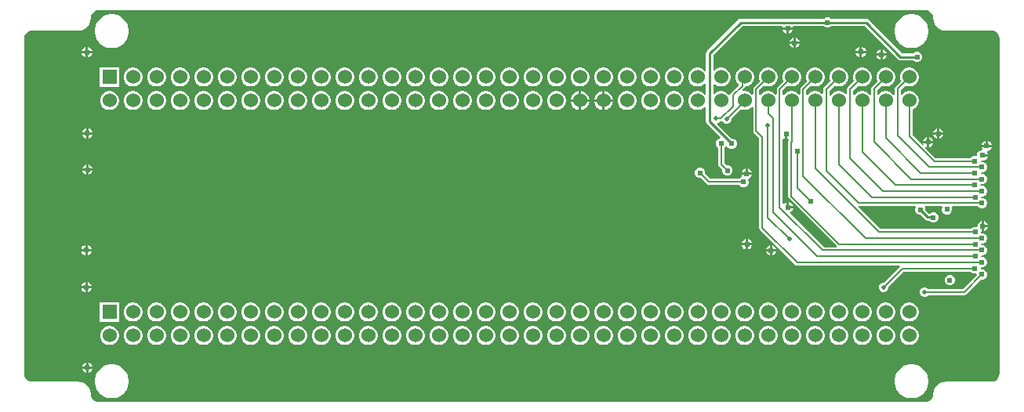
<source format=gbl>
G04*
G04 #@! TF.GenerationSoftware,Altium Limited,Altium Designer,23.3.1 (30)*
G04*
G04 Layer_Physical_Order=2*
G04 Layer_Color=11436288*
%FSLAX25Y25*%
%MOIN*%
G70*
G04*
G04 #@! TF.SameCoordinates,15D68FC8-8055-42D3-B3C9-1605CC88C85B*
G04*
G04*
G04 #@! TF.FilePolarity,Positive*
G04*
G01*
G75*
%ADD10C,0.01000*%
%ADD42C,0.00600*%
%ADD43C,0.06000*%
%ADD44R,0.06200X0.06200*%
%ADD45C,0.02400*%
%ADD46C,0.02000*%
G36*
X346800Y128578D02*
X347661Y128465D01*
X348464Y128132D01*
X349154Y127604D01*
X349682Y126914D01*
X350015Y126111D01*
X350125Y125275D01*
X350103Y125250D01*
X350103D01*
X350290Y123827D01*
X350839Y122502D01*
X351713Y121363D01*
X352852Y120489D01*
X354177Y119940D01*
X355600Y119753D01*
Y119779D01*
X375000D01*
Y119779D01*
X375862Y119665D01*
X376664Y119333D01*
X377354Y118804D01*
X377883Y118114D01*
X378215Y117312D01*
X378328Y116450D01*
X378329D01*
Y-26250D01*
X378328D01*
X378215Y-27112D01*
X377883Y-27914D01*
X377354Y-28604D01*
X376664Y-29133D01*
X375862Y-29465D01*
X375000Y-29579D01*
Y-29579D01*
X355600D01*
Y-29553D01*
X354177Y-29740D01*
X352852Y-30289D01*
X351713Y-31163D01*
X350839Y-32302D01*
X350290Y-33627D01*
X350103Y-35050D01*
X350103D01*
X350125Y-35075D01*
X350015Y-35912D01*
X349682Y-36714D01*
X349154Y-37404D01*
X348464Y-37933D01*
X347661Y-38265D01*
X346800Y-38379D01*
Y-38379D01*
X-4700D01*
Y-38379D01*
X-5562Y-38265D01*
X-6364Y-37933D01*
X-7054Y-37404D01*
X-7583Y-36714D01*
X-7915Y-35912D01*
X-8025Y-35075D01*
X-8003Y-35050D01*
X-8003D01*
X-8190Y-33627D01*
X-8739Y-32302D01*
X-9613Y-31163D01*
X-10751Y-30289D01*
X-12077Y-29740D01*
X-13500Y-29553D01*
Y-29579D01*
X-32900D01*
Y-29579D01*
X-33762Y-29465D01*
X-34564Y-29133D01*
X-35254Y-28604D01*
X-35783Y-27914D01*
X-36115Y-27112D01*
X-36228Y-26250D01*
X-36229D01*
Y116450D01*
X-36228D01*
X-36115Y117312D01*
X-35783Y118114D01*
X-35254Y118804D01*
X-34564Y119333D01*
X-33762Y119665D01*
X-32900Y119779D01*
Y119779D01*
X-13500D01*
Y119753D01*
X-12077Y119940D01*
X-10751Y120489D01*
X-9613Y121363D01*
X-8739Y122502D01*
X-8190Y123827D01*
X-8003Y125250D01*
X-8003D01*
X-8025Y125275D01*
X-7915Y126111D01*
X-7583Y126914D01*
X-7054Y127604D01*
X-6364Y128132D01*
X-5562Y128465D01*
X-4700Y128578D01*
Y128579D01*
X346800D01*
Y128578D01*
D02*
G37*
%LPC*%
G36*
X290474Y120200D02*
X288800D01*
Y118526D01*
X289546Y118835D01*
X290165Y119454D01*
X290474Y120200D01*
D02*
G37*
G36*
X287800D02*
X286126D01*
X286435Y119454D01*
X287054Y118835D01*
X287800Y118526D01*
Y120200D01*
D02*
G37*
G36*
X291700Y116674D02*
Y115000D01*
X293374D01*
X293065Y115746D01*
X292446Y116365D01*
X291700Y116674D01*
D02*
G37*
G36*
X290700D02*
X289954Y116365D01*
X289335Y115746D01*
X289026Y115000D01*
X290700D01*
Y116674D01*
D02*
G37*
G36*
X293374Y114000D02*
X291700D01*
Y112326D01*
X292446Y112635D01*
X293065Y113254D01*
X293374Y114000D01*
D02*
G37*
G36*
X290700D02*
X289026D01*
X289335Y113254D01*
X289954Y112635D01*
X290700Y112326D01*
Y114000D01*
D02*
G37*
G36*
X341614Y126800D02*
X340186D01*
X338785Y126521D01*
X337466Y125975D01*
X336278Y125181D01*
X335269Y124172D01*
X334475Y122984D01*
X333929Y121665D01*
X333650Y120264D01*
Y118836D01*
X333929Y117435D01*
X334475Y116116D01*
X335269Y114928D01*
X336278Y113919D01*
X337466Y113125D01*
X338785Y112579D01*
X340186Y112300D01*
X341614D01*
X343015Y112579D01*
X344334Y113125D01*
X345522Y113919D01*
X346531Y114928D01*
X347325Y116116D01*
X347871Y117435D01*
X348150Y118836D01*
Y120264D01*
X347871Y121665D01*
X347325Y122984D01*
X346531Y124172D01*
X345522Y125181D01*
X344334Y125975D01*
X343015Y126521D01*
X341614Y126800D01*
D02*
G37*
G36*
X1614D02*
X186D01*
X-1215Y126521D01*
X-2534Y125975D01*
X-3722Y125181D01*
X-4731Y124172D01*
X-5525Y122984D01*
X-6071Y121665D01*
X-6350Y120264D01*
Y118836D01*
X-6071Y117435D01*
X-5525Y116116D01*
X-4731Y114928D01*
X-3722Y113919D01*
X-2534Y113125D01*
X-1215Y112579D01*
X186Y112300D01*
X1614D01*
X3015Y112579D01*
X4334Y113125D01*
X5522Y113919D01*
X6531Y114928D01*
X7325Y116116D01*
X7871Y117435D01*
X8150Y118836D01*
Y120264D01*
X7871Y121665D01*
X7325Y122984D01*
X6531Y124172D01*
X5522Y125181D01*
X4334Y125975D01*
X3015Y126521D01*
X1614Y126800D01*
D02*
G37*
G36*
X319900Y112874D02*
Y111200D01*
X321574D01*
X321265Y111946D01*
X320646Y112565D01*
X319900Y112874D01*
D02*
G37*
G36*
X318900D02*
X318154Y112565D01*
X317535Y111946D01*
X317226Y111200D01*
X318900D01*
Y112874D01*
D02*
G37*
G36*
X-9100Y112674D02*
Y111000D01*
X-7426D01*
X-7735Y111746D01*
X-8354Y112365D01*
X-9100Y112674D01*
D02*
G37*
G36*
X-10100D02*
X-10846Y112365D01*
X-11465Y111746D01*
X-11774Y111000D01*
X-10100D01*
Y112674D01*
D02*
G37*
G36*
X328600Y111674D02*
Y110000D01*
X330274D01*
X329965Y110746D01*
X329346Y111365D01*
X328600Y111674D01*
D02*
G37*
G36*
X327600D02*
X326854Y111365D01*
X326235Y110746D01*
X325926Y110000D01*
X327600D01*
Y111674D01*
D02*
G37*
G36*
X321574Y110200D02*
X319900D01*
Y108526D01*
X320646Y108835D01*
X321265Y109454D01*
X321574Y110200D01*
D02*
G37*
G36*
X318900D02*
X317226D01*
X317535Y109454D01*
X318154Y108835D01*
X318900Y108526D01*
Y110200D01*
D02*
G37*
G36*
X-7426Y110000D02*
X-9100D01*
Y108326D01*
X-8354Y108635D01*
X-7735Y109254D01*
X-7426Y110000D01*
D02*
G37*
G36*
X-10100D02*
X-11774D01*
X-11465Y109254D01*
X-10846Y108635D01*
X-10100Y108326D01*
Y110000D01*
D02*
G37*
G36*
X330274Y109000D02*
X328600D01*
Y107326D01*
X329346Y107635D01*
X329965Y108254D01*
X330274Y109000D01*
D02*
G37*
G36*
X327600D02*
X325926D01*
X326235Y108254D01*
X326854Y107635D01*
X327600Y107326D01*
Y109000D01*
D02*
G37*
G36*
X305638Y125400D02*
X304762D01*
X303954Y125065D01*
X303618Y124729D01*
X268300D01*
X267715Y124613D01*
X267219Y124281D01*
X254019Y111081D01*
X253687Y110585D01*
X253571Y110000D01*
Y102770D01*
X253071Y102586D01*
X252456Y103201D01*
X251544Y103727D01*
X250527Y104000D01*
X249473D01*
X248456Y103727D01*
X247544Y103201D01*
X246799Y102456D01*
X246273Y101544D01*
X246000Y100527D01*
Y99473D01*
X246273Y98456D01*
X246799Y97544D01*
X247544Y96799D01*
X248456Y96273D01*
X249473Y96000D01*
X250527D01*
X251544Y96273D01*
X252456Y96799D01*
X253071Y97414D01*
X253571Y97230D01*
Y92770D01*
X253071Y92586D01*
X252456Y93201D01*
X251544Y93727D01*
X250527Y94000D01*
X249473D01*
X248456Y93727D01*
X247544Y93201D01*
X246799Y92456D01*
X246273Y91544D01*
X246000Y90527D01*
Y89473D01*
X246273Y88456D01*
X246799Y87544D01*
X247544Y86799D01*
X248456Y86273D01*
X249473Y86000D01*
X250527D01*
X251544Y86273D01*
X252456Y86799D01*
X253071Y87414D01*
X253571Y87230D01*
Y81000D01*
X253687Y80415D01*
X254019Y79919D01*
X259575Y74362D01*
X259398Y73832D01*
X258754Y73565D01*
X258135Y72946D01*
X257800Y72138D01*
Y71262D01*
X258135Y70454D01*
X258675Y69914D01*
Y62900D01*
X258775Y62393D01*
X259063Y61963D01*
X260500Y60526D01*
Y59762D01*
X260835Y58954D01*
X261454Y58335D01*
X262262Y58000D01*
X263138D01*
X263946Y58335D01*
X264565Y58954D01*
X264900Y59762D01*
Y60638D01*
X264565Y61446D01*
X263946Y62065D01*
X263138Y62400D01*
X262374D01*
X261326Y63449D01*
Y69914D01*
X261865Y70454D01*
X261950Y70659D01*
X262450D01*
X262535Y70454D01*
X263154Y69835D01*
X263962Y69500D01*
X264838D01*
X265646Y69835D01*
X266265Y70454D01*
X266600Y71262D01*
Y72138D01*
X266265Y72946D01*
X265646Y73565D01*
X264838Y73900D01*
X264363D01*
X258425Y79838D01*
X258561Y80409D01*
X259033Y80604D01*
X259403Y80975D01*
X259813D01*
X260320Y81075D01*
X260594Y80992D01*
X260605Y80967D01*
X261167Y80405D01*
X261902Y80100D01*
X262698D01*
X263433Y80405D01*
X263996Y80967D01*
X264300Y81702D01*
Y82326D01*
X268324Y86349D01*
X268456Y86273D01*
X269473Y86000D01*
X270527D01*
X271544Y86273D01*
X272456Y86799D01*
X273075Y87418D01*
X273574Y87239D01*
Y77000D01*
X273675Y76493D01*
X273963Y76063D01*
X276174Y73851D01*
Y35900D01*
X276275Y35393D01*
X276563Y34963D01*
X291301Y20224D01*
X291731Y19937D01*
X292239Y19836D01*
X335754D01*
X335962Y19336D01*
X329125Y12500D01*
X328602D01*
X327867Y12195D01*
X327305Y11633D01*
X327000Y10898D01*
Y10102D01*
X327305Y9367D01*
X327867Y8805D01*
X328602Y8500D01*
X329398D01*
X330133Y8805D01*
X330696Y9367D01*
X331000Y10102D01*
Y10626D01*
X337651Y17277D01*
X365947D01*
X366486Y16737D01*
X367295Y16402D01*
X368170D01*
X368200Y16415D01*
X368613Y16139D01*
X368646Y15620D01*
X362951Y9926D01*
X347903D01*
X347633Y10195D01*
X346898Y10500D01*
X346102D01*
X345367Y10195D01*
X344805Y9633D01*
X344500Y8898D01*
Y8102D01*
X344805Y7367D01*
X345367Y6804D01*
X346102Y6500D01*
X346898D01*
X347633Y6804D01*
X348103Y7275D01*
X363500D01*
X364007Y7375D01*
X364437Y7663D01*
X370574Y13800D01*
X371338D01*
X372146Y14135D01*
X372765Y14754D01*
X373100Y15562D01*
Y16438D01*
X372765Y17246D01*
X372146Y17865D01*
X371338Y18200D01*
X370462D01*
X370330Y18564D01*
X370761Y18961D01*
X371338D01*
X372146Y19296D01*
X372765Y19915D01*
X373100Y20724D01*
Y21599D01*
X372765Y22408D01*
X372146Y23027D01*
X371338Y23361D01*
X370617Y23361D01*
X370408Y23720D01*
X370617Y24080D01*
X371338D01*
X372146Y24415D01*
X372765Y25033D01*
X373100Y25842D01*
Y26717D01*
X372765Y27526D01*
X372146Y28145D01*
X371338Y28479D01*
X370724D01*
X370447Y28973D01*
X370592Y29198D01*
X371292D01*
X372100Y29533D01*
X372719Y30151D01*
X373054Y30960D01*
Y31835D01*
X372719Y32644D01*
X372100Y33263D01*
X371292Y33598D01*
X370510Y33598D01*
X370264Y34034D01*
X370700Y34326D01*
Y36500D01*
Y38674D01*
X369954Y38365D01*
X369335Y37746D01*
X369000Y36938D01*
Y36465D01*
X368500Y36131D01*
X368438Y36157D01*
X367562D01*
X366754Y35822D01*
X366214Y35282D01*
X327592D01*
X318287Y44587D01*
X318340Y44817D01*
X318507Y45074D01*
X342310D01*
X342622Y44574D01*
X342400Y44038D01*
Y43162D01*
X342735Y42354D01*
X343354Y41735D01*
X344162Y41400D01*
X344637D01*
X346727Y39310D01*
X347223Y38978D01*
X347809Y38862D01*
X348427D01*
X348954Y38335D01*
X349762Y38000D01*
X350638D01*
X351446Y38335D01*
X352065Y38954D01*
X352400Y39762D01*
Y40638D01*
X352065Y41446D01*
X351446Y42065D01*
X350638Y42400D01*
X349762D01*
X348954Y42065D01*
X348810Y41921D01*
X348442D01*
X346800Y43563D01*
Y44038D01*
X346578Y44574D01*
X346890Y45074D01*
X353607D01*
X353941Y44574D01*
X353800Y44233D01*
Y43358D01*
X354135Y42549D01*
X354754Y41930D01*
X355562Y41595D01*
X356438D01*
X357246Y41930D01*
X357865Y42549D01*
X358200Y43358D01*
Y44233D01*
X358059Y44574D01*
X358393Y45074D01*
X369114D01*
X369654Y44535D01*
X370462Y44200D01*
X371338D01*
X372146Y44535D01*
X372765Y45154D01*
X373100Y45962D01*
Y46838D01*
X372765Y47646D01*
X372146Y48265D01*
X371338Y48600D01*
X370639D01*
X370541Y48737D01*
X370616Y49069D01*
X370773Y49272D01*
X371338D01*
X372146Y49607D01*
X372765Y50226D01*
X373100Y51035D01*
Y51910D01*
X372765Y52719D01*
X372146Y53338D01*
X371338Y53672D01*
X370462D01*
X370130Y54031D01*
X370462Y54391D01*
X371338D01*
X372146Y54725D01*
X372765Y55344D01*
X373100Y56153D01*
Y57028D01*
X372765Y57837D01*
X372146Y58456D01*
X371338Y58790D01*
X370462D01*
X370408Y58832D01*
Y59023D01*
X370891Y59500D01*
X371338D01*
X372146Y59835D01*
X372765Y60454D01*
X373100Y61262D01*
Y62138D01*
X372765Y62946D01*
X372146Y63565D01*
X371338Y63900D01*
X370826D01*
X370478Y64248D01*
X370662Y64500D01*
X371538D01*
X372346Y64835D01*
X372965Y65454D01*
X373274Y66200D01*
X371100D01*
Y67200D01*
X373274D01*
X372965Y67946D01*
X372873Y68038D01*
X373065Y68500D01*
X373238D01*
X374046Y68835D01*
X374665Y69454D01*
X374974Y70200D01*
X370626D01*
X370935Y69454D01*
X371027Y69362D01*
X370835Y68900D01*
X370662D01*
X369854Y68565D01*
X369235Y67946D01*
X368900Y67138D01*
Y66667D01*
X368400Y66333D01*
X368238Y66400D01*
X367362D01*
X366554Y66065D01*
X366014Y65526D01*
X351149D01*
X346800Y69875D01*
X347083Y70298D01*
X347500Y70126D01*
Y71800D01*
X345826D01*
X345999Y71383D01*
X345575Y71100D01*
X341325Y75349D01*
Y86214D01*
X341544Y86273D01*
X342456Y86799D01*
X343201Y87544D01*
X343727Y88456D01*
X344000Y89473D01*
Y90527D01*
X343727Y91544D01*
X343201Y92456D01*
X342456Y93201D01*
X341544Y93727D01*
X340527Y94000D01*
X339473D01*
X338456Y93727D01*
X337544Y93201D01*
X336825Y92482D01*
X336653Y92495D01*
X336326Y92583D01*
Y94451D01*
X338260Y96386D01*
X338456Y96273D01*
X339473Y96000D01*
X340527D01*
X341544Y96273D01*
X342456Y96799D01*
X343201Y97544D01*
X343727Y98456D01*
X344000Y99473D01*
Y100527D01*
X343727Y101544D01*
X343201Y102456D01*
X342456Y103201D01*
X341544Y103727D01*
X340527Y104000D01*
X339473D01*
X338456Y103727D01*
X337544Y103201D01*
X336799Y102456D01*
X336273Y101544D01*
X336000Y100527D01*
Y99473D01*
X336273Y98456D01*
X336386Y98260D01*
X334063Y95937D01*
X333775Y95507D01*
X333675Y95000D01*
Y92583D01*
X333347Y92495D01*
X333174Y92482D01*
X332456Y93201D01*
X331544Y93727D01*
X330527Y94000D01*
X329473D01*
X328456Y93727D01*
X327544Y93201D01*
X326825Y92482D01*
X326654Y92495D01*
X326325Y92583D01*
Y94451D01*
X328260Y96386D01*
X328456Y96273D01*
X329473Y96000D01*
X330527D01*
X331544Y96273D01*
X332456Y96799D01*
X333201Y97544D01*
X333727Y98456D01*
X334000Y99473D01*
Y100527D01*
X333727Y101544D01*
X333201Y102456D01*
X332456Y103201D01*
X331544Y103727D01*
X330527Y104000D01*
X329473D01*
X328456Y103727D01*
X327544Y103201D01*
X326799Y102456D01*
X326273Y101544D01*
X326000Y100527D01*
Y99473D01*
X326273Y98456D01*
X326386Y98260D01*
X324063Y95937D01*
X323775Y95507D01*
X323675Y95000D01*
Y92583D01*
X323346Y92495D01*
X323175Y92482D01*
X322456Y93201D01*
X321544Y93727D01*
X320527Y94000D01*
X319473D01*
X318456Y93727D01*
X317544Y93201D01*
X316799Y92456D01*
X316625Y92155D01*
X316125Y92289D01*
Y94251D01*
X318260Y96386D01*
X318456Y96273D01*
X319473Y96000D01*
X320527D01*
X321544Y96273D01*
X322456Y96799D01*
X323201Y97544D01*
X323727Y98456D01*
X324000Y99473D01*
Y100527D01*
X323727Y101544D01*
X323201Y102456D01*
X322456Y103201D01*
X321544Y103727D01*
X320527Y104000D01*
X319473D01*
X318456Y103727D01*
X317544Y103201D01*
X316799Y102456D01*
X316273Y101544D01*
X316000Y100527D01*
Y99473D01*
X316273Y98456D01*
X316386Y98260D01*
X313863Y95737D01*
X313575Y95307D01*
X313474Y94800D01*
Y92889D01*
X312975Y92682D01*
X312456Y93201D01*
X311544Y93727D01*
X310527Y94000D01*
X309473D01*
X308456Y93727D01*
X307544Y93201D01*
X306799Y92456D01*
X306525Y91982D01*
X306026Y92116D01*
Y94151D01*
X308260Y96386D01*
X308456Y96273D01*
X309473Y96000D01*
X310527D01*
X311544Y96273D01*
X312456Y96799D01*
X313201Y97544D01*
X313727Y98456D01*
X314000Y99473D01*
Y100527D01*
X313727Y101544D01*
X313201Y102456D01*
X312456Y103201D01*
X311544Y103727D01*
X310527Y104000D01*
X309473D01*
X308456Y103727D01*
X307544Y103201D01*
X306799Y102456D01*
X306273Y101544D01*
X306000Y100527D01*
Y99473D01*
X306273Y98456D01*
X306386Y98260D01*
X303763Y95637D01*
X303475Y95207D01*
X303375Y94700D01*
Y92989D01*
X302874Y92782D01*
X302456Y93201D01*
X301544Y93727D01*
X300527Y94000D01*
X299473D01*
X298456Y93727D01*
X297544Y93201D01*
X296799Y92456D01*
X296726Y92328D01*
X296226Y92462D01*
Y94351D01*
X298260Y96386D01*
X298456Y96273D01*
X299473Y96000D01*
X300527D01*
X301544Y96273D01*
X302456Y96799D01*
X303201Y97544D01*
X303727Y98456D01*
X304000Y99473D01*
Y100527D01*
X303727Y101544D01*
X303201Y102456D01*
X302456Y103201D01*
X301544Y103727D01*
X300527Y104000D01*
X299473D01*
X298456Y103727D01*
X297544Y103201D01*
X296799Y102456D01*
X296273Y101544D01*
X296000Y100527D01*
Y99473D01*
X296273Y98456D01*
X296386Y98260D01*
X293963Y95837D01*
X293675Y95407D01*
X293575Y94900D01*
Y92761D01*
X293074Y92582D01*
X292456Y93201D01*
X291544Y93727D01*
X290527Y94000D01*
X289473D01*
X288456Y93727D01*
X287544Y93201D01*
X286799Y92456D01*
X286725Y92328D01*
X286226Y92462D01*
Y94351D01*
X288260Y96386D01*
X288456Y96273D01*
X289473Y96000D01*
X290527D01*
X291544Y96273D01*
X292456Y96799D01*
X293201Y97544D01*
X293727Y98456D01*
X294000Y99473D01*
Y100527D01*
X293727Y101544D01*
X293201Y102456D01*
X292456Y103201D01*
X291544Y103727D01*
X290527Y104000D01*
X289473D01*
X288456Y103727D01*
X287544Y103201D01*
X286799Y102456D01*
X286273Y101544D01*
X286000Y100527D01*
Y99473D01*
X286273Y98456D01*
X286386Y98260D01*
X283963Y95837D01*
X283675Y95407D01*
X283575Y94900D01*
Y92761D01*
X283074Y92582D01*
X282456Y93201D01*
X281544Y93727D01*
X280527Y94000D01*
X279473D01*
X278456Y93727D01*
X277544Y93201D01*
X276799Y92456D01*
X276726Y92328D01*
X276225Y92462D01*
Y94351D01*
X278260Y96386D01*
X278456Y96273D01*
X279473Y96000D01*
X280527D01*
X281544Y96273D01*
X282456Y96799D01*
X283201Y97544D01*
X283727Y98456D01*
X284000Y99473D01*
Y100527D01*
X283727Y101544D01*
X283201Y102456D01*
X282456Y103201D01*
X281544Y103727D01*
X280527Y104000D01*
X279473D01*
X278456Y103727D01*
X277544Y103201D01*
X276799Y102456D01*
X276273Y101544D01*
X276000Y100527D01*
Y99473D01*
X276273Y98456D01*
X276386Y98260D01*
X273963Y95837D01*
X273675Y95407D01*
X273574Y94900D01*
Y92761D01*
X273075Y92582D01*
X272456Y93201D01*
X271544Y93727D01*
X270527Y94000D01*
X269473D01*
X269211Y93930D01*
X268953Y94378D01*
X269904Y95329D01*
X270191Y95759D01*
X270239Y96000D01*
X270527D01*
X271544Y96273D01*
X272456Y96799D01*
X273201Y97544D01*
X273727Y98456D01*
X274000Y99473D01*
Y100527D01*
X273727Y101544D01*
X273201Y102456D01*
X272456Y103201D01*
X271544Y103727D01*
X270527Y104000D01*
X269473D01*
X268456Y103727D01*
X267544Y103201D01*
X266799Y102456D01*
X266273Y101544D01*
X266000Y100527D01*
Y99473D01*
X266273Y98456D01*
X266799Y97544D01*
X267244Y97100D01*
X267248Y96422D01*
X264063Y93237D01*
X263775Y92807D01*
X263724Y92550D01*
X263201Y92456D01*
X262456Y93201D01*
X261544Y93727D01*
X260527Y94000D01*
X259473D01*
X258456Y93727D01*
X257544Y93201D01*
X257129Y92786D01*
X256629Y92993D01*
Y97007D01*
X257129Y97214D01*
X257544Y96799D01*
X258456Y96273D01*
X259473Y96000D01*
X260527D01*
X261544Y96273D01*
X262456Y96799D01*
X263201Y97544D01*
X263727Y98456D01*
X264000Y99473D01*
Y100527D01*
X263727Y101544D01*
X263201Y102456D01*
X262456Y103201D01*
X261544Y103727D01*
X260527Y104000D01*
X259473D01*
X258456Y103727D01*
X257544Y103201D01*
X257129Y102786D01*
X256629Y102993D01*
Y109367D01*
X268934Y121671D01*
X285871D01*
X286149Y121255D01*
X286126Y121200D01*
X290474D01*
X290451Y121255D01*
X290729Y121671D01*
X303618D01*
X303954Y121335D01*
X304762Y121000D01*
X305638D01*
X306446Y121335D01*
X306782Y121671D01*
X320967D01*
X335119Y107519D01*
X335615Y107187D01*
X336200Y107071D01*
X341718D01*
X342054Y106735D01*
X342862Y106400D01*
X343738D01*
X344546Y106735D01*
X345165Y107354D01*
X345500Y108162D01*
Y109038D01*
X345165Y109846D01*
X344546Y110465D01*
X343738Y110800D01*
X342862D01*
X342054Y110465D01*
X341718Y110129D01*
X336834D01*
X322681Y124281D01*
X322185Y124613D01*
X321600Y124729D01*
X306782D01*
X306446Y125065D01*
X305638Y125400D01*
D02*
G37*
G36*
X240527Y104000D02*
X239473D01*
X238456Y103727D01*
X237544Y103201D01*
X236799Y102456D01*
X236273Y101544D01*
X236000Y100527D01*
Y99473D01*
X236273Y98456D01*
X236799Y97544D01*
X237544Y96799D01*
X238456Y96273D01*
X239473Y96000D01*
X240527D01*
X241544Y96273D01*
X242456Y96799D01*
X243201Y97544D01*
X243727Y98456D01*
X244000Y99473D01*
Y100527D01*
X243727Y101544D01*
X243201Y102456D01*
X242456Y103201D01*
X241544Y103727D01*
X240527Y104000D01*
D02*
G37*
G36*
X230527D02*
X229473D01*
X228456Y103727D01*
X227544Y103201D01*
X226799Y102456D01*
X226273Y101544D01*
X226000Y100527D01*
Y99473D01*
X226273Y98456D01*
X226799Y97544D01*
X227544Y96799D01*
X228456Y96273D01*
X229473Y96000D01*
X230527D01*
X231544Y96273D01*
X232456Y96799D01*
X233201Y97544D01*
X233727Y98456D01*
X234000Y99473D01*
Y100527D01*
X233727Y101544D01*
X233201Y102456D01*
X232456Y103201D01*
X231544Y103727D01*
X230527Y104000D01*
D02*
G37*
G36*
X220527D02*
X219473D01*
X218456Y103727D01*
X217544Y103201D01*
X216799Y102456D01*
X216273Y101544D01*
X216000Y100527D01*
Y99473D01*
X216273Y98456D01*
X216799Y97544D01*
X217544Y96799D01*
X218456Y96273D01*
X219473Y96000D01*
X220527D01*
X221544Y96273D01*
X222456Y96799D01*
X223201Y97544D01*
X223727Y98456D01*
X224000Y99473D01*
Y100527D01*
X223727Y101544D01*
X223201Y102456D01*
X222456Y103201D01*
X221544Y103727D01*
X220527Y104000D01*
D02*
G37*
G36*
X210527D02*
X209473D01*
X208456Y103727D01*
X207544Y103201D01*
X206799Y102456D01*
X206273Y101544D01*
X206000Y100527D01*
Y99473D01*
X206273Y98456D01*
X206799Y97544D01*
X207544Y96799D01*
X208456Y96273D01*
X209473Y96000D01*
X210527D01*
X211544Y96273D01*
X212456Y96799D01*
X213201Y97544D01*
X213727Y98456D01*
X214000Y99473D01*
Y100527D01*
X213727Y101544D01*
X213201Y102456D01*
X212456Y103201D01*
X211544Y103727D01*
X210527Y104000D01*
D02*
G37*
G36*
X200527D02*
X199473D01*
X198456Y103727D01*
X197544Y103201D01*
X196799Y102456D01*
X196273Y101544D01*
X196000Y100527D01*
Y99473D01*
X196273Y98456D01*
X196799Y97544D01*
X197544Y96799D01*
X198456Y96273D01*
X199473Y96000D01*
X200527D01*
X201544Y96273D01*
X202456Y96799D01*
X203201Y97544D01*
X203727Y98456D01*
X204000Y99473D01*
Y100527D01*
X203727Y101544D01*
X203201Y102456D01*
X202456Y103201D01*
X201544Y103727D01*
X200527Y104000D01*
D02*
G37*
G36*
X190527D02*
X189473D01*
X188456Y103727D01*
X187544Y103201D01*
X186799Y102456D01*
X186273Y101544D01*
X186000Y100527D01*
Y99473D01*
X186273Y98456D01*
X186799Y97544D01*
X187544Y96799D01*
X188456Y96273D01*
X189473Y96000D01*
X190527D01*
X191544Y96273D01*
X192456Y96799D01*
X193201Y97544D01*
X193727Y98456D01*
X194000Y99473D01*
Y100527D01*
X193727Y101544D01*
X193201Y102456D01*
X192456Y103201D01*
X191544Y103727D01*
X190527Y104000D01*
D02*
G37*
G36*
X180527D02*
X179473D01*
X178456Y103727D01*
X177544Y103201D01*
X176799Y102456D01*
X176273Y101544D01*
X176000Y100527D01*
Y99473D01*
X176273Y98456D01*
X176799Y97544D01*
X177544Y96799D01*
X178456Y96273D01*
X179473Y96000D01*
X180527D01*
X181544Y96273D01*
X182456Y96799D01*
X183201Y97544D01*
X183727Y98456D01*
X184000Y99473D01*
Y100527D01*
X183727Y101544D01*
X183201Y102456D01*
X182456Y103201D01*
X181544Y103727D01*
X180527Y104000D01*
D02*
G37*
G36*
X170527D02*
X169473D01*
X168456Y103727D01*
X167544Y103201D01*
X166799Y102456D01*
X166273Y101544D01*
X166000Y100527D01*
Y99473D01*
X166273Y98456D01*
X166799Y97544D01*
X167544Y96799D01*
X168456Y96273D01*
X169473Y96000D01*
X170527D01*
X171544Y96273D01*
X172456Y96799D01*
X173201Y97544D01*
X173727Y98456D01*
X174000Y99473D01*
Y100527D01*
X173727Y101544D01*
X173201Y102456D01*
X172456Y103201D01*
X171544Y103727D01*
X170527Y104000D01*
D02*
G37*
G36*
X160527D02*
X159473D01*
X158456Y103727D01*
X157544Y103201D01*
X156799Y102456D01*
X156273Y101544D01*
X156000Y100527D01*
Y99473D01*
X156273Y98456D01*
X156799Y97544D01*
X157544Y96799D01*
X158456Y96273D01*
X159473Y96000D01*
X160527D01*
X161544Y96273D01*
X162456Y96799D01*
X163201Y97544D01*
X163727Y98456D01*
X164000Y99473D01*
Y100527D01*
X163727Y101544D01*
X163201Y102456D01*
X162456Y103201D01*
X161544Y103727D01*
X160527Y104000D01*
D02*
G37*
G36*
X150527D02*
X149473D01*
X148456Y103727D01*
X147544Y103201D01*
X146799Y102456D01*
X146273Y101544D01*
X146000Y100527D01*
Y99473D01*
X146273Y98456D01*
X146799Y97544D01*
X147544Y96799D01*
X148456Y96273D01*
X149473Y96000D01*
X150527D01*
X151544Y96273D01*
X152456Y96799D01*
X153201Y97544D01*
X153727Y98456D01*
X154000Y99473D01*
Y100527D01*
X153727Y101544D01*
X153201Y102456D01*
X152456Y103201D01*
X151544Y103727D01*
X150527Y104000D01*
D02*
G37*
G36*
X140527D02*
X139473D01*
X138456Y103727D01*
X137544Y103201D01*
X136799Y102456D01*
X136273Y101544D01*
X136000Y100527D01*
Y99473D01*
X136273Y98456D01*
X136799Y97544D01*
X137544Y96799D01*
X138456Y96273D01*
X139473Y96000D01*
X140527D01*
X141544Y96273D01*
X142456Y96799D01*
X143201Y97544D01*
X143727Y98456D01*
X144000Y99473D01*
Y100527D01*
X143727Y101544D01*
X143201Y102456D01*
X142456Y103201D01*
X141544Y103727D01*
X140527Y104000D01*
D02*
G37*
G36*
X130527D02*
X129473D01*
X128456Y103727D01*
X127544Y103201D01*
X126799Y102456D01*
X126273Y101544D01*
X126000Y100527D01*
Y99473D01*
X126273Y98456D01*
X126799Y97544D01*
X127544Y96799D01*
X128456Y96273D01*
X129473Y96000D01*
X130527D01*
X131544Y96273D01*
X132456Y96799D01*
X133201Y97544D01*
X133727Y98456D01*
X134000Y99473D01*
Y100527D01*
X133727Y101544D01*
X133201Y102456D01*
X132456Y103201D01*
X131544Y103727D01*
X130527Y104000D01*
D02*
G37*
G36*
X120527D02*
X119473D01*
X118456Y103727D01*
X117544Y103201D01*
X116799Y102456D01*
X116273Y101544D01*
X116000Y100527D01*
Y99473D01*
X116273Y98456D01*
X116799Y97544D01*
X117544Y96799D01*
X118456Y96273D01*
X119473Y96000D01*
X120527D01*
X121544Y96273D01*
X122456Y96799D01*
X123201Y97544D01*
X123727Y98456D01*
X124000Y99473D01*
Y100527D01*
X123727Y101544D01*
X123201Y102456D01*
X122456Y103201D01*
X121544Y103727D01*
X120527Y104000D01*
D02*
G37*
G36*
X110527D02*
X109473D01*
X108456Y103727D01*
X107544Y103201D01*
X106799Y102456D01*
X106273Y101544D01*
X106000Y100527D01*
Y99473D01*
X106273Y98456D01*
X106799Y97544D01*
X107544Y96799D01*
X108456Y96273D01*
X109473Y96000D01*
X110527D01*
X111544Y96273D01*
X112456Y96799D01*
X113201Y97544D01*
X113727Y98456D01*
X114000Y99473D01*
Y100527D01*
X113727Y101544D01*
X113201Y102456D01*
X112456Y103201D01*
X111544Y103727D01*
X110527Y104000D01*
D02*
G37*
G36*
X100527D02*
X99473D01*
X98456Y103727D01*
X97544Y103201D01*
X96799Y102456D01*
X96273Y101544D01*
X96000Y100527D01*
Y99473D01*
X96273Y98456D01*
X96799Y97544D01*
X97544Y96799D01*
X98456Y96273D01*
X99473Y96000D01*
X100527D01*
X101544Y96273D01*
X102456Y96799D01*
X103201Y97544D01*
X103727Y98456D01*
X104000Y99473D01*
Y100527D01*
X103727Y101544D01*
X103201Y102456D01*
X102456Y103201D01*
X101544Y103727D01*
X100527Y104000D01*
D02*
G37*
G36*
X90527D02*
X89473D01*
X88456Y103727D01*
X87544Y103201D01*
X86799Y102456D01*
X86273Y101544D01*
X86000Y100527D01*
Y99473D01*
X86273Y98456D01*
X86799Y97544D01*
X87544Y96799D01*
X88456Y96273D01*
X89473Y96000D01*
X90527D01*
X91544Y96273D01*
X92456Y96799D01*
X93201Y97544D01*
X93727Y98456D01*
X94000Y99473D01*
Y100527D01*
X93727Y101544D01*
X93201Y102456D01*
X92456Y103201D01*
X91544Y103727D01*
X90527Y104000D01*
D02*
G37*
G36*
X80527D02*
X79473D01*
X78456Y103727D01*
X77544Y103201D01*
X76799Y102456D01*
X76273Y101544D01*
X76000Y100527D01*
Y99473D01*
X76273Y98456D01*
X76799Y97544D01*
X77544Y96799D01*
X78456Y96273D01*
X79473Y96000D01*
X80527D01*
X81544Y96273D01*
X82456Y96799D01*
X83201Y97544D01*
X83727Y98456D01*
X84000Y99473D01*
Y100527D01*
X83727Y101544D01*
X83201Y102456D01*
X82456Y103201D01*
X81544Y103727D01*
X80527Y104000D01*
D02*
G37*
G36*
X70527D02*
X69473D01*
X68456Y103727D01*
X67544Y103201D01*
X66799Y102456D01*
X66273Y101544D01*
X66000Y100527D01*
Y99473D01*
X66273Y98456D01*
X66799Y97544D01*
X67544Y96799D01*
X68456Y96273D01*
X69473Y96000D01*
X70527D01*
X71544Y96273D01*
X72456Y96799D01*
X73201Y97544D01*
X73727Y98456D01*
X74000Y99473D01*
Y100527D01*
X73727Y101544D01*
X73201Y102456D01*
X72456Y103201D01*
X71544Y103727D01*
X70527Y104000D01*
D02*
G37*
G36*
X60527D02*
X59473D01*
X58456Y103727D01*
X57544Y103201D01*
X56799Y102456D01*
X56273Y101544D01*
X56000Y100527D01*
Y99473D01*
X56273Y98456D01*
X56799Y97544D01*
X57544Y96799D01*
X58456Y96273D01*
X59473Y96000D01*
X60527D01*
X61544Y96273D01*
X62456Y96799D01*
X63201Y97544D01*
X63727Y98456D01*
X64000Y99473D01*
Y100527D01*
X63727Y101544D01*
X63201Y102456D01*
X62456Y103201D01*
X61544Y103727D01*
X60527Y104000D01*
D02*
G37*
G36*
X50527D02*
X49473D01*
X48456Y103727D01*
X47544Y103201D01*
X46799Y102456D01*
X46273Y101544D01*
X46000Y100527D01*
Y99473D01*
X46273Y98456D01*
X46799Y97544D01*
X47544Y96799D01*
X48456Y96273D01*
X49473Y96000D01*
X50527D01*
X51544Y96273D01*
X52456Y96799D01*
X53201Y97544D01*
X53727Y98456D01*
X54000Y99473D01*
Y100527D01*
X53727Y101544D01*
X53201Y102456D01*
X52456Y103201D01*
X51544Y103727D01*
X50527Y104000D01*
D02*
G37*
G36*
X40527D02*
X39473D01*
X38456Y103727D01*
X37544Y103201D01*
X36799Y102456D01*
X36273Y101544D01*
X36000Y100527D01*
Y99473D01*
X36273Y98456D01*
X36799Y97544D01*
X37544Y96799D01*
X38456Y96273D01*
X39473Y96000D01*
X40527D01*
X41544Y96273D01*
X42456Y96799D01*
X43201Y97544D01*
X43727Y98456D01*
X44000Y99473D01*
Y100527D01*
X43727Y101544D01*
X43201Y102456D01*
X42456Y103201D01*
X41544Y103727D01*
X40527Y104000D01*
D02*
G37*
G36*
X30527D02*
X29473D01*
X28456Y103727D01*
X27544Y103201D01*
X26799Y102456D01*
X26273Y101544D01*
X26000Y100527D01*
Y99473D01*
X26273Y98456D01*
X26799Y97544D01*
X27544Y96799D01*
X28456Y96273D01*
X29473Y96000D01*
X30527D01*
X31544Y96273D01*
X32456Y96799D01*
X33201Y97544D01*
X33727Y98456D01*
X34000Y99473D01*
Y100527D01*
X33727Y101544D01*
X33201Y102456D01*
X32456Y103201D01*
X31544Y103727D01*
X30527Y104000D01*
D02*
G37*
G36*
X20527D02*
X19473D01*
X18456Y103727D01*
X17544Y103201D01*
X16799Y102456D01*
X16273Y101544D01*
X16000Y100527D01*
Y99473D01*
X16273Y98456D01*
X16799Y97544D01*
X17544Y96799D01*
X18456Y96273D01*
X19473Y96000D01*
X20527D01*
X21544Y96273D01*
X22456Y96799D01*
X23201Y97544D01*
X23727Y98456D01*
X24000Y99473D01*
Y100527D01*
X23727Y101544D01*
X23201Y102456D01*
X22456Y103201D01*
X21544Y103727D01*
X20527Y104000D01*
D02*
G37*
G36*
X10527D02*
X9473D01*
X8456Y103727D01*
X7544Y103201D01*
X6799Y102456D01*
X6273Y101544D01*
X6000Y100527D01*
Y99473D01*
X6273Y98456D01*
X6799Y97544D01*
X7544Y96799D01*
X8456Y96273D01*
X9473Y96000D01*
X10527D01*
X11544Y96273D01*
X12456Y96799D01*
X13201Y97544D01*
X13727Y98456D01*
X14000Y99473D01*
Y100527D01*
X13727Y101544D01*
X13201Y102456D01*
X12456Y103201D01*
X11544Y103727D01*
X10527Y104000D01*
D02*
G37*
G36*
X4100Y104100D02*
X-4100D01*
Y95900D01*
X4100D01*
Y104100D01*
D02*
G37*
G36*
X210527Y94000D02*
X210500D01*
Y90500D01*
X214000D01*
Y90527D01*
X213727Y91544D01*
X213201Y92456D01*
X212456Y93201D01*
X211544Y93727D01*
X210527Y94000D01*
D02*
G37*
G36*
X209500D02*
X209473D01*
X208456Y93727D01*
X207544Y93201D01*
X206799Y92456D01*
X206273Y91544D01*
X206000Y90527D01*
Y90500D01*
X209500D01*
Y94000D01*
D02*
G37*
G36*
X200527D02*
X200500D01*
Y90500D01*
X204000D01*
Y90527D01*
X203727Y91544D01*
X203201Y92456D01*
X202456Y93201D01*
X201544Y93727D01*
X200527Y94000D01*
D02*
G37*
G36*
X199500D02*
X199473D01*
X198456Y93727D01*
X197544Y93201D01*
X196799Y92456D01*
X196273Y91544D01*
X196000Y90527D01*
Y90500D01*
X199500D01*
Y94000D01*
D02*
G37*
G36*
X240527D02*
X239473D01*
X238456Y93727D01*
X237544Y93201D01*
X236799Y92456D01*
X236273Y91544D01*
X236000Y90527D01*
Y89473D01*
X236273Y88456D01*
X236799Y87544D01*
X237544Y86799D01*
X238456Y86273D01*
X239473Y86000D01*
X240527D01*
X241544Y86273D01*
X242456Y86799D01*
X243201Y87544D01*
X243727Y88456D01*
X244000Y89473D01*
Y90527D01*
X243727Y91544D01*
X243201Y92456D01*
X242456Y93201D01*
X241544Y93727D01*
X240527Y94000D01*
D02*
G37*
G36*
X230527D02*
X229473D01*
X228456Y93727D01*
X227544Y93201D01*
X226799Y92456D01*
X226273Y91544D01*
X226000Y90527D01*
Y89473D01*
X226273Y88456D01*
X226799Y87544D01*
X227544Y86799D01*
X228456Y86273D01*
X229473Y86000D01*
X230527D01*
X231544Y86273D01*
X232456Y86799D01*
X233201Y87544D01*
X233727Y88456D01*
X234000Y89473D01*
Y90527D01*
X233727Y91544D01*
X233201Y92456D01*
X232456Y93201D01*
X231544Y93727D01*
X230527Y94000D01*
D02*
G37*
G36*
X220527D02*
X219473D01*
X218456Y93727D01*
X217544Y93201D01*
X216799Y92456D01*
X216273Y91544D01*
X216000Y90527D01*
Y89473D01*
X216273Y88456D01*
X216799Y87544D01*
X217544Y86799D01*
X218456Y86273D01*
X219473Y86000D01*
X220527D01*
X221544Y86273D01*
X222456Y86799D01*
X223201Y87544D01*
X223727Y88456D01*
X224000Y89473D01*
Y90527D01*
X223727Y91544D01*
X223201Y92456D01*
X222456Y93201D01*
X221544Y93727D01*
X220527Y94000D01*
D02*
G37*
G36*
X214000Y89500D02*
X210500D01*
Y86000D01*
X210527D01*
X211544Y86273D01*
X212456Y86799D01*
X213201Y87544D01*
X213727Y88456D01*
X214000Y89473D01*
Y89500D01*
D02*
G37*
G36*
X209500D02*
X206000D01*
Y89473D01*
X206273Y88456D01*
X206799Y87544D01*
X207544Y86799D01*
X208456Y86273D01*
X209473Y86000D01*
X209500D01*
Y89500D01*
D02*
G37*
G36*
X204000D02*
X200500D01*
Y86000D01*
X200527D01*
X201544Y86273D01*
X202456Y86799D01*
X203201Y87544D01*
X203727Y88456D01*
X204000Y89473D01*
Y89500D01*
D02*
G37*
G36*
X199500D02*
X196000D01*
Y89473D01*
X196273Y88456D01*
X196799Y87544D01*
X197544Y86799D01*
X198456Y86273D01*
X199473Y86000D01*
X199500D01*
Y89500D01*
D02*
G37*
G36*
X190527Y94000D02*
X189473D01*
X188456Y93727D01*
X187544Y93201D01*
X186799Y92456D01*
X186273Y91544D01*
X186000Y90527D01*
Y89473D01*
X186273Y88456D01*
X186799Y87544D01*
X187544Y86799D01*
X188456Y86273D01*
X189473Y86000D01*
X190527D01*
X191544Y86273D01*
X192456Y86799D01*
X193201Y87544D01*
X193727Y88456D01*
X194000Y89473D01*
Y90527D01*
X193727Y91544D01*
X193201Y92456D01*
X192456Y93201D01*
X191544Y93727D01*
X190527Y94000D01*
D02*
G37*
G36*
X180527D02*
X179473D01*
X178456Y93727D01*
X177544Y93201D01*
X176799Y92456D01*
X176273Y91544D01*
X176000Y90527D01*
Y89473D01*
X176273Y88456D01*
X176799Y87544D01*
X177544Y86799D01*
X178456Y86273D01*
X179473Y86000D01*
X180527D01*
X181544Y86273D01*
X182456Y86799D01*
X183201Y87544D01*
X183727Y88456D01*
X184000Y89473D01*
Y90527D01*
X183727Y91544D01*
X183201Y92456D01*
X182456Y93201D01*
X181544Y93727D01*
X180527Y94000D01*
D02*
G37*
G36*
X170527D02*
X169473D01*
X168456Y93727D01*
X167544Y93201D01*
X166799Y92456D01*
X166273Y91544D01*
X166000Y90527D01*
Y89473D01*
X166273Y88456D01*
X166799Y87544D01*
X167544Y86799D01*
X168456Y86273D01*
X169473Y86000D01*
X170527D01*
X171544Y86273D01*
X172456Y86799D01*
X173201Y87544D01*
X173727Y88456D01*
X174000Y89473D01*
Y90527D01*
X173727Y91544D01*
X173201Y92456D01*
X172456Y93201D01*
X171544Y93727D01*
X170527Y94000D01*
D02*
G37*
G36*
X160527D02*
X159473D01*
X158456Y93727D01*
X157544Y93201D01*
X156799Y92456D01*
X156273Y91544D01*
X156000Y90527D01*
Y89473D01*
X156273Y88456D01*
X156799Y87544D01*
X157544Y86799D01*
X158456Y86273D01*
X159473Y86000D01*
X160527D01*
X161544Y86273D01*
X162456Y86799D01*
X163201Y87544D01*
X163727Y88456D01*
X164000Y89473D01*
Y90527D01*
X163727Y91544D01*
X163201Y92456D01*
X162456Y93201D01*
X161544Y93727D01*
X160527Y94000D01*
D02*
G37*
G36*
X150527D02*
X149473D01*
X148456Y93727D01*
X147544Y93201D01*
X146799Y92456D01*
X146273Y91544D01*
X146000Y90527D01*
Y89473D01*
X146273Y88456D01*
X146799Y87544D01*
X147544Y86799D01*
X148456Y86273D01*
X149473Y86000D01*
X150527D01*
X151544Y86273D01*
X152456Y86799D01*
X153201Y87544D01*
X153727Y88456D01*
X154000Y89473D01*
Y90527D01*
X153727Y91544D01*
X153201Y92456D01*
X152456Y93201D01*
X151544Y93727D01*
X150527Y94000D01*
D02*
G37*
G36*
X140527D02*
X139473D01*
X138456Y93727D01*
X137544Y93201D01*
X136799Y92456D01*
X136273Y91544D01*
X136000Y90527D01*
Y89473D01*
X136273Y88456D01*
X136799Y87544D01*
X137544Y86799D01*
X138456Y86273D01*
X139473Y86000D01*
X140527D01*
X141544Y86273D01*
X142456Y86799D01*
X143201Y87544D01*
X143727Y88456D01*
X144000Y89473D01*
Y90527D01*
X143727Y91544D01*
X143201Y92456D01*
X142456Y93201D01*
X141544Y93727D01*
X140527Y94000D01*
D02*
G37*
G36*
X130527D02*
X129473D01*
X128456Y93727D01*
X127544Y93201D01*
X126799Y92456D01*
X126273Y91544D01*
X126000Y90527D01*
Y89473D01*
X126273Y88456D01*
X126799Y87544D01*
X127544Y86799D01*
X128456Y86273D01*
X129473Y86000D01*
X130527D01*
X131544Y86273D01*
X132456Y86799D01*
X133201Y87544D01*
X133727Y88456D01*
X134000Y89473D01*
Y90527D01*
X133727Y91544D01*
X133201Y92456D01*
X132456Y93201D01*
X131544Y93727D01*
X130527Y94000D01*
D02*
G37*
G36*
X120527D02*
X119473D01*
X118456Y93727D01*
X117544Y93201D01*
X116799Y92456D01*
X116273Y91544D01*
X116000Y90527D01*
Y89473D01*
X116273Y88456D01*
X116799Y87544D01*
X117544Y86799D01*
X118456Y86273D01*
X119473Y86000D01*
X120527D01*
X121544Y86273D01*
X122456Y86799D01*
X123201Y87544D01*
X123727Y88456D01*
X124000Y89473D01*
Y90527D01*
X123727Y91544D01*
X123201Y92456D01*
X122456Y93201D01*
X121544Y93727D01*
X120527Y94000D01*
D02*
G37*
G36*
X110527D02*
X109473D01*
X108456Y93727D01*
X107544Y93201D01*
X106799Y92456D01*
X106273Y91544D01*
X106000Y90527D01*
Y89473D01*
X106273Y88456D01*
X106799Y87544D01*
X107544Y86799D01*
X108456Y86273D01*
X109473Y86000D01*
X110527D01*
X111544Y86273D01*
X112456Y86799D01*
X113201Y87544D01*
X113727Y88456D01*
X114000Y89473D01*
Y90527D01*
X113727Y91544D01*
X113201Y92456D01*
X112456Y93201D01*
X111544Y93727D01*
X110527Y94000D01*
D02*
G37*
G36*
X100527D02*
X99473D01*
X98456Y93727D01*
X97544Y93201D01*
X96799Y92456D01*
X96273Y91544D01*
X96000Y90527D01*
Y89473D01*
X96273Y88456D01*
X96799Y87544D01*
X97544Y86799D01*
X98456Y86273D01*
X99473Y86000D01*
X100527D01*
X101544Y86273D01*
X102456Y86799D01*
X103201Y87544D01*
X103727Y88456D01*
X104000Y89473D01*
Y90527D01*
X103727Y91544D01*
X103201Y92456D01*
X102456Y93201D01*
X101544Y93727D01*
X100527Y94000D01*
D02*
G37*
G36*
X90527D02*
X89473D01*
X88456Y93727D01*
X87544Y93201D01*
X86799Y92456D01*
X86273Y91544D01*
X86000Y90527D01*
Y89473D01*
X86273Y88456D01*
X86799Y87544D01*
X87544Y86799D01*
X88456Y86273D01*
X89473Y86000D01*
X90527D01*
X91544Y86273D01*
X92456Y86799D01*
X93201Y87544D01*
X93727Y88456D01*
X94000Y89473D01*
Y90527D01*
X93727Y91544D01*
X93201Y92456D01*
X92456Y93201D01*
X91544Y93727D01*
X90527Y94000D01*
D02*
G37*
G36*
X80527D02*
X79473D01*
X78456Y93727D01*
X77544Y93201D01*
X76799Y92456D01*
X76273Y91544D01*
X76000Y90527D01*
Y89473D01*
X76273Y88456D01*
X76799Y87544D01*
X77544Y86799D01*
X78456Y86273D01*
X79473Y86000D01*
X80527D01*
X81544Y86273D01*
X82456Y86799D01*
X83201Y87544D01*
X83727Y88456D01*
X84000Y89473D01*
Y90527D01*
X83727Y91544D01*
X83201Y92456D01*
X82456Y93201D01*
X81544Y93727D01*
X80527Y94000D01*
D02*
G37*
G36*
X70527D02*
X69473D01*
X68456Y93727D01*
X67544Y93201D01*
X66799Y92456D01*
X66273Y91544D01*
X66000Y90527D01*
Y89473D01*
X66273Y88456D01*
X66799Y87544D01*
X67544Y86799D01*
X68456Y86273D01*
X69473Y86000D01*
X70527D01*
X71544Y86273D01*
X72456Y86799D01*
X73201Y87544D01*
X73727Y88456D01*
X74000Y89473D01*
Y90527D01*
X73727Y91544D01*
X73201Y92456D01*
X72456Y93201D01*
X71544Y93727D01*
X70527Y94000D01*
D02*
G37*
G36*
X60527D02*
X59473D01*
X58456Y93727D01*
X57544Y93201D01*
X56799Y92456D01*
X56273Y91544D01*
X56000Y90527D01*
Y89473D01*
X56273Y88456D01*
X56799Y87544D01*
X57544Y86799D01*
X58456Y86273D01*
X59473Y86000D01*
X60527D01*
X61544Y86273D01*
X62456Y86799D01*
X63201Y87544D01*
X63727Y88456D01*
X64000Y89473D01*
Y90527D01*
X63727Y91544D01*
X63201Y92456D01*
X62456Y93201D01*
X61544Y93727D01*
X60527Y94000D01*
D02*
G37*
G36*
X50527D02*
X49473D01*
X48456Y93727D01*
X47544Y93201D01*
X46799Y92456D01*
X46273Y91544D01*
X46000Y90527D01*
Y89473D01*
X46273Y88456D01*
X46799Y87544D01*
X47544Y86799D01*
X48456Y86273D01*
X49473Y86000D01*
X50527D01*
X51544Y86273D01*
X52456Y86799D01*
X53201Y87544D01*
X53727Y88456D01*
X54000Y89473D01*
Y90527D01*
X53727Y91544D01*
X53201Y92456D01*
X52456Y93201D01*
X51544Y93727D01*
X50527Y94000D01*
D02*
G37*
G36*
X40527D02*
X39473D01*
X38456Y93727D01*
X37544Y93201D01*
X36799Y92456D01*
X36273Y91544D01*
X36000Y90527D01*
Y89473D01*
X36273Y88456D01*
X36799Y87544D01*
X37544Y86799D01*
X38456Y86273D01*
X39473Y86000D01*
X40527D01*
X41544Y86273D01*
X42456Y86799D01*
X43201Y87544D01*
X43727Y88456D01*
X44000Y89473D01*
Y90527D01*
X43727Y91544D01*
X43201Y92456D01*
X42456Y93201D01*
X41544Y93727D01*
X40527Y94000D01*
D02*
G37*
G36*
X30527D02*
X29473D01*
X28456Y93727D01*
X27544Y93201D01*
X26799Y92456D01*
X26273Y91544D01*
X26000Y90527D01*
Y89473D01*
X26273Y88456D01*
X26799Y87544D01*
X27544Y86799D01*
X28456Y86273D01*
X29473Y86000D01*
X30527D01*
X31544Y86273D01*
X32456Y86799D01*
X33201Y87544D01*
X33727Y88456D01*
X34000Y89473D01*
Y90527D01*
X33727Y91544D01*
X33201Y92456D01*
X32456Y93201D01*
X31544Y93727D01*
X30527Y94000D01*
D02*
G37*
G36*
X20527D02*
X19473D01*
X18456Y93727D01*
X17544Y93201D01*
X16799Y92456D01*
X16273Y91544D01*
X16000Y90527D01*
Y89473D01*
X16273Y88456D01*
X16799Y87544D01*
X17544Y86799D01*
X18456Y86273D01*
X19473Y86000D01*
X20527D01*
X21544Y86273D01*
X22456Y86799D01*
X23201Y87544D01*
X23727Y88456D01*
X24000Y89473D01*
Y90527D01*
X23727Y91544D01*
X23201Y92456D01*
X22456Y93201D01*
X21544Y93727D01*
X20527Y94000D01*
D02*
G37*
G36*
X10527D02*
X9473D01*
X8456Y93727D01*
X7544Y93201D01*
X6799Y92456D01*
X6273Y91544D01*
X6000Y90527D01*
Y89473D01*
X6273Y88456D01*
X6799Y87544D01*
X7544Y86799D01*
X8456Y86273D01*
X9473Y86000D01*
X10527D01*
X11544Y86273D01*
X12456Y86799D01*
X13201Y87544D01*
X13727Y88456D01*
X14000Y89473D01*
Y90527D01*
X13727Y91544D01*
X13201Y92456D01*
X12456Y93201D01*
X11544Y93727D01*
X10527Y94000D01*
D02*
G37*
G36*
X527D02*
X-527D01*
X-1544Y93727D01*
X-2456Y93201D01*
X-3201Y92456D01*
X-3727Y91544D01*
X-4000Y90527D01*
Y89473D01*
X-3727Y88456D01*
X-3201Y87544D01*
X-2456Y86799D01*
X-1544Y86273D01*
X-527Y86000D01*
X527D01*
X1544Y86273D01*
X2456Y86799D01*
X3201Y87544D01*
X3727Y88456D01*
X4000Y89473D01*
Y90527D01*
X3727Y91544D01*
X3201Y92456D01*
X2456Y93201D01*
X1544Y93727D01*
X527Y94000D01*
D02*
G37*
G36*
X-9000Y78274D02*
Y76600D01*
X-7326D01*
X-7635Y77346D01*
X-8254Y77965D01*
X-9000Y78274D01*
D02*
G37*
G36*
X-10000D02*
X-10746Y77965D01*
X-11365Y77346D01*
X-11674Y76600D01*
X-10000D01*
Y78274D01*
D02*
G37*
G36*
X352800Y78074D02*
Y76400D01*
X354474D01*
X354165Y77146D01*
X353546Y77765D01*
X352800Y78074D01*
D02*
G37*
G36*
X351800D02*
X351054Y77765D01*
X350435Y77146D01*
X350126Y76400D01*
X351800D01*
Y78074D01*
D02*
G37*
G36*
X-7326Y75600D02*
X-9000D01*
Y73926D01*
X-8254Y74235D01*
X-7635Y74854D01*
X-7326Y75600D01*
D02*
G37*
G36*
X-10000D02*
X-11674D01*
X-11365Y74854D01*
X-10746Y74235D01*
X-10000Y73926D01*
Y75600D01*
D02*
G37*
G36*
X354474Y75400D02*
X352800D01*
Y73726D01*
X353546Y74035D01*
X354165Y74654D01*
X354474Y75400D01*
D02*
G37*
G36*
X351800D02*
X350126D01*
X350435Y74654D01*
X351054Y74035D01*
X351800Y73726D01*
Y75400D01*
D02*
G37*
G36*
X348500Y74474D02*
Y72800D01*
X350174D01*
X349865Y73546D01*
X349246Y74165D01*
X348500Y74474D01*
D02*
G37*
G36*
X347500D02*
X346754Y74165D01*
X346135Y73546D01*
X345826Y72800D01*
X347500D01*
Y74474D01*
D02*
G37*
G36*
X373300Y72874D02*
Y71200D01*
X374974D01*
X374665Y71946D01*
X374046Y72565D01*
X373300Y72874D01*
D02*
G37*
G36*
X372300D02*
X371554Y72565D01*
X370935Y71946D01*
X370626Y71200D01*
X372300D01*
Y72874D01*
D02*
G37*
G36*
X350174Y71800D02*
X348500D01*
Y70126D01*
X349246Y70435D01*
X349865Y71054D01*
X350174Y71800D01*
D02*
G37*
G36*
X-8900Y62674D02*
Y61000D01*
X-7226D01*
X-7535Y61746D01*
X-8154Y62365D01*
X-8900Y62674D01*
D02*
G37*
G36*
X-9900D02*
X-10646Y62365D01*
X-11265Y61746D01*
X-11574Y61000D01*
X-9900D01*
Y62674D01*
D02*
G37*
G36*
X271300Y61074D02*
Y59400D01*
X272974D01*
X272665Y60146D01*
X272046Y60765D01*
X271300Y61074D01*
D02*
G37*
G36*
X270300D02*
X269554Y60765D01*
X268935Y60146D01*
X268626Y59400D01*
X270300D01*
Y61074D01*
D02*
G37*
G36*
X-7226Y60000D02*
X-8900D01*
Y58326D01*
X-8154Y58635D01*
X-7535Y59254D01*
X-7226Y60000D01*
D02*
G37*
G36*
X-9900D02*
X-11574D01*
X-11265Y59254D01*
X-10646Y58635D01*
X-9900Y58326D01*
Y60000D01*
D02*
G37*
G36*
X251438Y61400D02*
X250562D01*
X249754Y61065D01*
X249135Y60446D01*
X248800Y59638D01*
Y58762D01*
X249135Y57954D01*
X249754Y57335D01*
X250562Y57000D01*
X251325D01*
X253963Y54363D01*
X254393Y54075D01*
X254900Y53974D01*
X267614D01*
X268154Y53435D01*
X268962Y53100D01*
X269838D01*
X270646Y53435D01*
X271265Y54054D01*
X271600Y54862D01*
Y55738D01*
X271383Y56260D01*
X271283Y56562D01*
X271633Y56864D01*
X272046Y57035D01*
X272665Y57654D01*
X272974Y58400D01*
X268626D01*
X268817Y57940D01*
X268917Y57638D01*
X268567Y57336D01*
X268154Y57165D01*
X267614Y56625D01*
X255449D01*
X253200Y58874D01*
Y59638D01*
X252865Y60446D01*
X252246Y61065D01*
X251438Y61400D01*
D02*
G37*
G36*
X371700Y38674D02*
Y37000D01*
X373374D01*
X373065Y37746D01*
X372446Y38365D01*
X371700Y38674D01*
D02*
G37*
G36*
X373374Y36000D02*
X371700D01*
Y34326D01*
X372446Y34635D01*
X373065Y35254D01*
X373374Y36000D01*
D02*
G37*
G36*
X271500Y30974D02*
Y29300D01*
X273174D01*
X272865Y30046D01*
X272246Y30665D01*
X271500Y30974D01*
D02*
G37*
G36*
X270500D02*
X269754Y30665D01*
X269135Y30046D01*
X268826Y29300D01*
X270500D01*
Y30974D01*
D02*
G37*
G36*
X-9400Y28574D02*
Y26900D01*
X-7726D01*
X-8035Y27646D01*
X-8654Y28265D01*
X-9400Y28574D01*
D02*
G37*
G36*
X-10400D02*
X-11146Y28265D01*
X-11765Y27646D01*
X-12074Y26900D01*
X-10400D01*
Y28574D01*
D02*
G37*
G36*
X281700Y28374D02*
Y26700D01*
X283374D01*
X283065Y27446D01*
X282446Y28065D01*
X281700Y28374D01*
D02*
G37*
G36*
X280700D02*
X279954Y28065D01*
X279335Y27446D01*
X279026Y26700D01*
X280700D01*
Y28374D01*
D02*
G37*
G36*
X273174Y28300D02*
X271500D01*
Y26626D01*
X272246Y26935D01*
X272865Y27554D01*
X273174Y28300D01*
D02*
G37*
G36*
X270500D02*
X268826D01*
X269135Y27554D01*
X269754Y26935D01*
X270500Y26626D01*
Y28300D01*
D02*
G37*
G36*
X-7726Y25900D02*
X-9400D01*
Y24226D01*
X-8654Y24535D01*
X-8035Y25154D01*
X-7726Y25900D01*
D02*
G37*
G36*
X-10400D02*
X-12074D01*
X-11765Y25154D01*
X-11146Y24535D01*
X-10400Y24226D01*
Y25900D01*
D02*
G37*
G36*
X283374Y25700D02*
X281700D01*
Y24026D01*
X282446Y24335D01*
X283065Y24954D01*
X283374Y25700D01*
D02*
G37*
G36*
X280700D02*
X279026D01*
X279335Y24954D01*
X279954Y24335D01*
X280700Y24026D01*
Y25700D01*
D02*
G37*
G36*
X357638Y15800D02*
X356762D01*
X355954Y15465D01*
X355335Y14846D01*
X355000Y14038D01*
Y13162D01*
X355335Y12354D01*
X355954Y11735D01*
X356762Y11400D01*
X357638D01*
X358446Y11735D01*
X359065Y12354D01*
X359400Y13162D01*
Y14038D01*
X359065Y14846D01*
X358446Y15465D01*
X357638Y15800D01*
D02*
G37*
G36*
X-9400Y12774D02*
Y11100D01*
X-7726D01*
X-8035Y11846D01*
X-8654Y12465D01*
X-9400Y12774D01*
D02*
G37*
G36*
X-10400D02*
X-11146Y12465D01*
X-11765Y11846D01*
X-12074Y11100D01*
X-10400D01*
Y12774D01*
D02*
G37*
G36*
X-7726Y10100D02*
X-9400D01*
Y8426D01*
X-8654Y8735D01*
X-8035Y9354D01*
X-7726Y10100D01*
D02*
G37*
G36*
X-10400D02*
X-12074D01*
X-11765Y9354D01*
X-11146Y8735D01*
X-10400Y8426D01*
Y10100D01*
D02*
G37*
G36*
X340527Y4000D02*
X339473D01*
X338456Y3727D01*
X337544Y3201D01*
X336799Y2456D01*
X336273Y1544D01*
X336000Y527D01*
Y-527D01*
X336273Y-1544D01*
X336799Y-2456D01*
X337544Y-3201D01*
X338456Y-3727D01*
X339473Y-4000D01*
X340527D01*
X341544Y-3727D01*
X342456Y-3201D01*
X343201Y-2456D01*
X343727Y-1544D01*
X344000Y-527D01*
Y527D01*
X343727Y1544D01*
X343201Y2456D01*
X342456Y3201D01*
X341544Y3727D01*
X340527Y4000D01*
D02*
G37*
G36*
X330527D02*
X329473D01*
X328456Y3727D01*
X327544Y3201D01*
X326799Y2456D01*
X326273Y1544D01*
X326000Y527D01*
Y-527D01*
X326273Y-1544D01*
X326799Y-2456D01*
X327544Y-3201D01*
X328456Y-3727D01*
X329473Y-4000D01*
X330527D01*
X331544Y-3727D01*
X332456Y-3201D01*
X333201Y-2456D01*
X333727Y-1544D01*
X334000Y-527D01*
Y527D01*
X333727Y1544D01*
X333201Y2456D01*
X332456Y3201D01*
X331544Y3727D01*
X330527Y4000D01*
D02*
G37*
G36*
X320527D02*
X319473D01*
X318456Y3727D01*
X317544Y3201D01*
X316799Y2456D01*
X316273Y1544D01*
X316000Y527D01*
Y-527D01*
X316273Y-1544D01*
X316799Y-2456D01*
X317544Y-3201D01*
X318456Y-3727D01*
X319473Y-4000D01*
X320527D01*
X321544Y-3727D01*
X322456Y-3201D01*
X323201Y-2456D01*
X323727Y-1544D01*
X324000Y-527D01*
Y527D01*
X323727Y1544D01*
X323201Y2456D01*
X322456Y3201D01*
X321544Y3727D01*
X320527Y4000D01*
D02*
G37*
G36*
X310527D02*
X309473D01*
X308456Y3727D01*
X307544Y3201D01*
X306799Y2456D01*
X306273Y1544D01*
X306000Y527D01*
Y-527D01*
X306273Y-1544D01*
X306799Y-2456D01*
X307544Y-3201D01*
X308456Y-3727D01*
X309473Y-4000D01*
X310527D01*
X311544Y-3727D01*
X312456Y-3201D01*
X313201Y-2456D01*
X313727Y-1544D01*
X314000Y-527D01*
Y527D01*
X313727Y1544D01*
X313201Y2456D01*
X312456Y3201D01*
X311544Y3727D01*
X310527Y4000D01*
D02*
G37*
G36*
X300527D02*
X299473D01*
X298456Y3727D01*
X297544Y3201D01*
X296799Y2456D01*
X296273Y1544D01*
X296000Y527D01*
Y-527D01*
X296273Y-1544D01*
X296799Y-2456D01*
X297544Y-3201D01*
X298456Y-3727D01*
X299473Y-4000D01*
X300527D01*
X301544Y-3727D01*
X302456Y-3201D01*
X303201Y-2456D01*
X303727Y-1544D01*
X304000Y-527D01*
Y527D01*
X303727Y1544D01*
X303201Y2456D01*
X302456Y3201D01*
X301544Y3727D01*
X300527Y4000D01*
D02*
G37*
G36*
X290527D02*
X289473D01*
X288456Y3727D01*
X287544Y3201D01*
X286799Y2456D01*
X286273Y1544D01*
X286000Y527D01*
Y-527D01*
X286273Y-1544D01*
X286799Y-2456D01*
X287544Y-3201D01*
X288456Y-3727D01*
X289473Y-4000D01*
X290527D01*
X291544Y-3727D01*
X292456Y-3201D01*
X293201Y-2456D01*
X293727Y-1544D01*
X294000Y-527D01*
Y527D01*
X293727Y1544D01*
X293201Y2456D01*
X292456Y3201D01*
X291544Y3727D01*
X290527Y4000D01*
D02*
G37*
G36*
X280527D02*
X279473D01*
X278456Y3727D01*
X277544Y3201D01*
X276799Y2456D01*
X276273Y1544D01*
X276000Y527D01*
Y-527D01*
X276273Y-1544D01*
X276799Y-2456D01*
X277544Y-3201D01*
X278456Y-3727D01*
X279473Y-4000D01*
X280527D01*
X281544Y-3727D01*
X282456Y-3201D01*
X283201Y-2456D01*
X283727Y-1544D01*
X284000Y-527D01*
Y527D01*
X283727Y1544D01*
X283201Y2456D01*
X282456Y3201D01*
X281544Y3727D01*
X280527Y4000D01*
D02*
G37*
G36*
X270527D02*
X269473D01*
X268456Y3727D01*
X267544Y3201D01*
X266799Y2456D01*
X266273Y1544D01*
X266000Y527D01*
Y-527D01*
X266273Y-1544D01*
X266799Y-2456D01*
X267544Y-3201D01*
X268456Y-3727D01*
X269473Y-4000D01*
X270527D01*
X271544Y-3727D01*
X272456Y-3201D01*
X273201Y-2456D01*
X273727Y-1544D01*
X274000Y-527D01*
Y527D01*
X273727Y1544D01*
X273201Y2456D01*
X272456Y3201D01*
X271544Y3727D01*
X270527Y4000D01*
D02*
G37*
G36*
X260527D02*
X259473D01*
X258456Y3727D01*
X257544Y3201D01*
X256799Y2456D01*
X256273Y1544D01*
X256000Y527D01*
Y-527D01*
X256273Y-1544D01*
X256799Y-2456D01*
X257544Y-3201D01*
X258456Y-3727D01*
X259473Y-4000D01*
X260527D01*
X261544Y-3727D01*
X262456Y-3201D01*
X263201Y-2456D01*
X263727Y-1544D01*
X264000Y-527D01*
Y527D01*
X263727Y1544D01*
X263201Y2456D01*
X262456Y3201D01*
X261544Y3727D01*
X260527Y4000D01*
D02*
G37*
G36*
X250527D02*
X249473D01*
X248456Y3727D01*
X247544Y3201D01*
X246799Y2456D01*
X246273Y1544D01*
X246000Y527D01*
Y-527D01*
X246273Y-1544D01*
X246799Y-2456D01*
X247544Y-3201D01*
X248456Y-3727D01*
X249473Y-4000D01*
X250527D01*
X251544Y-3727D01*
X252456Y-3201D01*
X253201Y-2456D01*
X253727Y-1544D01*
X254000Y-527D01*
Y527D01*
X253727Y1544D01*
X253201Y2456D01*
X252456Y3201D01*
X251544Y3727D01*
X250527Y4000D01*
D02*
G37*
G36*
X240527D02*
X239473D01*
X238456Y3727D01*
X237544Y3201D01*
X236799Y2456D01*
X236273Y1544D01*
X236000Y527D01*
Y-527D01*
X236273Y-1544D01*
X236799Y-2456D01*
X237544Y-3201D01*
X238456Y-3727D01*
X239473Y-4000D01*
X240527D01*
X241544Y-3727D01*
X242456Y-3201D01*
X243201Y-2456D01*
X243727Y-1544D01*
X244000Y-527D01*
Y527D01*
X243727Y1544D01*
X243201Y2456D01*
X242456Y3201D01*
X241544Y3727D01*
X240527Y4000D01*
D02*
G37*
G36*
X230527D02*
X229473D01*
X228456Y3727D01*
X227544Y3201D01*
X226799Y2456D01*
X226273Y1544D01*
X226000Y527D01*
Y-527D01*
X226273Y-1544D01*
X226799Y-2456D01*
X227544Y-3201D01*
X228456Y-3727D01*
X229473Y-4000D01*
X230527D01*
X231544Y-3727D01*
X232456Y-3201D01*
X233201Y-2456D01*
X233727Y-1544D01*
X234000Y-527D01*
Y527D01*
X233727Y1544D01*
X233201Y2456D01*
X232456Y3201D01*
X231544Y3727D01*
X230527Y4000D01*
D02*
G37*
G36*
X220527D02*
X219473D01*
X218456Y3727D01*
X217544Y3201D01*
X216799Y2456D01*
X216273Y1544D01*
X216000Y527D01*
Y-527D01*
X216273Y-1544D01*
X216799Y-2456D01*
X217544Y-3201D01*
X218456Y-3727D01*
X219473Y-4000D01*
X220527D01*
X221544Y-3727D01*
X222456Y-3201D01*
X223201Y-2456D01*
X223727Y-1544D01*
X224000Y-527D01*
Y527D01*
X223727Y1544D01*
X223201Y2456D01*
X222456Y3201D01*
X221544Y3727D01*
X220527Y4000D01*
D02*
G37*
G36*
X210527D02*
X209473D01*
X208456Y3727D01*
X207544Y3201D01*
X206799Y2456D01*
X206273Y1544D01*
X206000Y527D01*
Y-527D01*
X206273Y-1544D01*
X206799Y-2456D01*
X207544Y-3201D01*
X208456Y-3727D01*
X209473Y-4000D01*
X210527D01*
X211544Y-3727D01*
X212456Y-3201D01*
X213201Y-2456D01*
X213727Y-1544D01*
X214000Y-527D01*
Y527D01*
X213727Y1544D01*
X213201Y2456D01*
X212456Y3201D01*
X211544Y3727D01*
X210527Y4000D01*
D02*
G37*
G36*
X200527D02*
X199473D01*
X198456Y3727D01*
X197544Y3201D01*
X196799Y2456D01*
X196273Y1544D01*
X196000Y527D01*
Y-527D01*
X196273Y-1544D01*
X196799Y-2456D01*
X197544Y-3201D01*
X198456Y-3727D01*
X199473Y-4000D01*
X200527D01*
X201544Y-3727D01*
X202456Y-3201D01*
X203201Y-2456D01*
X203727Y-1544D01*
X204000Y-527D01*
Y527D01*
X203727Y1544D01*
X203201Y2456D01*
X202456Y3201D01*
X201544Y3727D01*
X200527Y4000D01*
D02*
G37*
G36*
X190527D02*
X189473D01*
X188456Y3727D01*
X187544Y3201D01*
X186799Y2456D01*
X186273Y1544D01*
X186000Y527D01*
Y-527D01*
X186273Y-1544D01*
X186799Y-2456D01*
X187544Y-3201D01*
X188456Y-3727D01*
X189473Y-4000D01*
X190527D01*
X191544Y-3727D01*
X192456Y-3201D01*
X193201Y-2456D01*
X193727Y-1544D01*
X194000Y-527D01*
Y527D01*
X193727Y1544D01*
X193201Y2456D01*
X192456Y3201D01*
X191544Y3727D01*
X190527Y4000D01*
D02*
G37*
G36*
X180527D02*
X179473D01*
X178456Y3727D01*
X177544Y3201D01*
X176799Y2456D01*
X176273Y1544D01*
X176000Y527D01*
Y-527D01*
X176273Y-1544D01*
X176799Y-2456D01*
X177544Y-3201D01*
X178456Y-3727D01*
X179473Y-4000D01*
X180527D01*
X181544Y-3727D01*
X182456Y-3201D01*
X183201Y-2456D01*
X183727Y-1544D01*
X184000Y-527D01*
Y527D01*
X183727Y1544D01*
X183201Y2456D01*
X182456Y3201D01*
X181544Y3727D01*
X180527Y4000D01*
D02*
G37*
G36*
X170527D02*
X169473D01*
X168456Y3727D01*
X167544Y3201D01*
X166799Y2456D01*
X166273Y1544D01*
X166000Y527D01*
Y-527D01*
X166273Y-1544D01*
X166799Y-2456D01*
X167544Y-3201D01*
X168456Y-3727D01*
X169473Y-4000D01*
X170527D01*
X171544Y-3727D01*
X172456Y-3201D01*
X173201Y-2456D01*
X173727Y-1544D01*
X174000Y-527D01*
Y527D01*
X173727Y1544D01*
X173201Y2456D01*
X172456Y3201D01*
X171544Y3727D01*
X170527Y4000D01*
D02*
G37*
G36*
X160527D02*
X159473D01*
X158456Y3727D01*
X157544Y3201D01*
X156799Y2456D01*
X156273Y1544D01*
X156000Y527D01*
Y-527D01*
X156273Y-1544D01*
X156799Y-2456D01*
X157544Y-3201D01*
X158456Y-3727D01*
X159473Y-4000D01*
X160527D01*
X161544Y-3727D01*
X162456Y-3201D01*
X163201Y-2456D01*
X163727Y-1544D01*
X164000Y-527D01*
Y527D01*
X163727Y1544D01*
X163201Y2456D01*
X162456Y3201D01*
X161544Y3727D01*
X160527Y4000D01*
D02*
G37*
G36*
X150527D02*
X149473D01*
X148456Y3727D01*
X147544Y3201D01*
X146799Y2456D01*
X146273Y1544D01*
X146000Y527D01*
Y-527D01*
X146273Y-1544D01*
X146799Y-2456D01*
X147544Y-3201D01*
X148456Y-3727D01*
X149473Y-4000D01*
X150527D01*
X151544Y-3727D01*
X152456Y-3201D01*
X153201Y-2456D01*
X153727Y-1544D01*
X154000Y-527D01*
Y527D01*
X153727Y1544D01*
X153201Y2456D01*
X152456Y3201D01*
X151544Y3727D01*
X150527Y4000D01*
D02*
G37*
G36*
X140527D02*
X139473D01*
X138456Y3727D01*
X137544Y3201D01*
X136799Y2456D01*
X136273Y1544D01*
X136000Y527D01*
Y-527D01*
X136273Y-1544D01*
X136799Y-2456D01*
X137544Y-3201D01*
X138456Y-3727D01*
X139473Y-4000D01*
X140527D01*
X141544Y-3727D01*
X142456Y-3201D01*
X143201Y-2456D01*
X143727Y-1544D01*
X144000Y-527D01*
Y527D01*
X143727Y1544D01*
X143201Y2456D01*
X142456Y3201D01*
X141544Y3727D01*
X140527Y4000D01*
D02*
G37*
G36*
X130527D02*
X129473D01*
X128456Y3727D01*
X127544Y3201D01*
X126799Y2456D01*
X126273Y1544D01*
X126000Y527D01*
Y-527D01*
X126273Y-1544D01*
X126799Y-2456D01*
X127544Y-3201D01*
X128456Y-3727D01*
X129473Y-4000D01*
X130527D01*
X131544Y-3727D01*
X132456Y-3201D01*
X133201Y-2456D01*
X133727Y-1544D01*
X134000Y-527D01*
Y527D01*
X133727Y1544D01*
X133201Y2456D01*
X132456Y3201D01*
X131544Y3727D01*
X130527Y4000D01*
D02*
G37*
G36*
X120527D02*
X119473D01*
X118456Y3727D01*
X117544Y3201D01*
X116799Y2456D01*
X116273Y1544D01*
X116000Y527D01*
Y-527D01*
X116273Y-1544D01*
X116799Y-2456D01*
X117544Y-3201D01*
X118456Y-3727D01*
X119473Y-4000D01*
X120527D01*
X121544Y-3727D01*
X122456Y-3201D01*
X123201Y-2456D01*
X123727Y-1544D01*
X124000Y-527D01*
Y527D01*
X123727Y1544D01*
X123201Y2456D01*
X122456Y3201D01*
X121544Y3727D01*
X120527Y4000D01*
D02*
G37*
G36*
X110527D02*
X109473D01*
X108456Y3727D01*
X107544Y3201D01*
X106799Y2456D01*
X106273Y1544D01*
X106000Y527D01*
Y-527D01*
X106273Y-1544D01*
X106799Y-2456D01*
X107544Y-3201D01*
X108456Y-3727D01*
X109473Y-4000D01*
X110527D01*
X111544Y-3727D01*
X112456Y-3201D01*
X113201Y-2456D01*
X113727Y-1544D01*
X114000Y-527D01*
Y527D01*
X113727Y1544D01*
X113201Y2456D01*
X112456Y3201D01*
X111544Y3727D01*
X110527Y4000D01*
D02*
G37*
G36*
X100527D02*
X99473D01*
X98456Y3727D01*
X97544Y3201D01*
X96799Y2456D01*
X96273Y1544D01*
X96000Y527D01*
Y-527D01*
X96273Y-1544D01*
X96799Y-2456D01*
X97544Y-3201D01*
X98456Y-3727D01*
X99473Y-4000D01*
X100527D01*
X101544Y-3727D01*
X102456Y-3201D01*
X103201Y-2456D01*
X103727Y-1544D01*
X104000Y-527D01*
Y527D01*
X103727Y1544D01*
X103201Y2456D01*
X102456Y3201D01*
X101544Y3727D01*
X100527Y4000D01*
D02*
G37*
G36*
X90527D02*
X89473D01*
X88456Y3727D01*
X87544Y3201D01*
X86799Y2456D01*
X86273Y1544D01*
X86000Y527D01*
Y-527D01*
X86273Y-1544D01*
X86799Y-2456D01*
X87544Y-3201D01*
X88456Y-3727D01*
X89473Y-4000D01*
X90527D01*
X91544Y-3727D01*
X92456Y-3201D01*
X93201Y-2456D01*
X93727Y-1544D01*
X94000Y-527D01*
Y527D01*
X93727Y1544D01*
X93201Y2456D01*
X92456Y3201D01*
X91544Y3727D01*
X90527Y4000D01*
D02*
G37*
G36*
X80527D02*
X79473D01*
X78456Y3727D01*
X77544Y3201D01*
X76799Y2456D01*
X76273Y1544D01*
X76000Y527D01*
Y-527D01*
X76273Y-1544D01*
X76799Y-2456D01*
X77544Y-3201D01*
X78456Y-3727D01*
X79473Y-4000D01*
X80527D01*
X81544Y-3727D01*
X82456Y-3201D01*
X83201Y-2456D01*
X83727Y-1544D01*
X84000Y-527D01*
Y527D01*
X83727Y1544D01*
X83201Y2456D01*
X82456Y3201D01*
X81544Y3727D01*
X80527Y4000D01*
D02*
G37*
G36*
X70527D02*
X69473D01*
X68456Y3727D01*
X67544Y3201D01*
X66799Y2456D01*
X66273Y1544D01*
X66000Y527D01*
Y-527D01*
X66273Y-1544D01*
X66799Y-2456D01*
X67544Y-3201D01*
X68456Y-3727D01*
X69473Y-4000D01*
X70527D01*
X71544Y-3727D01*
X72456Y-3201D01*
X73201Y-2456D01*
X73727Y-1544D01*
X74000Y-527D01*
Y527D01*
X73727Y1544D01*
X73201Y2456D01*
X72456Y3201D01*
X71544Y3727D01*
X70527Y4000D01*
D02*
G37*
G36*
X60527D02*
X59473D01*
X58456Y3727D01*
X57544Y3201D01*
X56799Y2456D01*
X56273Y1544D01*
X56000Y527D01*
Y-527D01*
X56273Y-1544D01*
X56799Y-2456D01*
X57544Y-3201D01*
X58456Y-3727D01*
X59473Y-4000D01*
X60527D01*
X61544Y-3727D01*
X62456Y-3201D01*
X63201Y-2456D01*
X63727Y-1544D01*
X64000Y-527D01*
Y527D01*
X63727Y1544D01*
X63201Y2456D01*
X62456Y3201D01*
X61544Y3727D01*
X60527Y4000D01*
D02*
G37*
G36*
X50527D02*
X49473D01*
X48456Y3727D01*
X47544Y3201D01*
X46799Y2456D01*
X46273Y1544D01*
X46000Y527D01*
Y-527D01*
X46273Y-1544D01*
X46799Y-2456D01*
X47544Y-3201D01*
X48456Y-3727D01*
X49473Y-4000D01*
X50527D01*
X51544Y-3727D01*
X52456Y-3201D01*
X53201Y-2456D01*
X53727Y-1544D01*
X54000Y-527D01*
Y527D01*
X53727Y1544D01*
X53201Y2456D01*
X52456Y3201D01*
X51544Y3727D01*
X50527Y4000D01*
D02*
G37*
G36*
X40527D02*
X39473D01*
X38456Y3727D01*
X37544Y3201D01*
X36799Y2456D01*
X36273Y1544D01*
X36000Y527D01*
Y-527D01*
X36273Y-1544D01*
X36799Y-2456D01*
X37544Y-3201D01*
X38456Y-3727D01*
X39473Y-4000D01*
X40527D01*
X41544Y-3727D01*
X42456Y-3201D01*
X43201Y-2456D01*
X43727Y-1544D01*
X44000Y-527D01*
Y527D01*
X43727Y1544D01*
X43201Y2456D01*
X42456Y3201D01*
X41544Y3727D01*
X40527Y4000D01*
D02*
G37*
G36*
X30527D02*
X29473D01*
X28456Y3727D01*
X27544Y3201D01*
X26799Y2456D01*
X26273Y1544D01*
X26000Y527D01*
Y-527D01*
X26273Y-1544D01*
X26799Y-2456D01*
X27544Y-3201D01*
X28456Y-3727D01*
X29473Y-4000D01*
X30527D01*
X31544Y-3727D01*
X32456Y-3201D01*
X33201Y-2456D01*
X33727Y-1544D01*
X34000Y-527D01*
Y527D01*
X33727Y1544D01*
X33201Y2456D01*
X32456Y3201D01*
X31544Y3727D01*
X30527Y4000D01*
D02*
G37*
G36*
X20527D02*
X19473D01*
X18456Y3727D01*
X17544Y3201D01*
X16799Y2456D01*
X16273Y1544D01*
X16000Y527D01*
Y-527D01*
X16273Y-1544D01*
X16799Y-2456D01*
X17544Y-3201D01*
X18456Y-3727D01*
X19473Y-4000D01*
X20527D01*
X21544Y-3727D01*
X22456Y-3201D01*
X23201Y-2456D01*
X23727Y-1544D01*
X24000Y-527D01*
Y527D01*
X23727Y1544D01*
X23201Y2456D01*
X22456Y3201D01*
X21544Y3727D01*
X20527Y4000D01*
D02*
G37*
G36*
X10527D02*
X9473D01*
X8456Y3727D01*
X7544Y3201D01*
X6799Y2456D01*
X6273Y1544D01*
X6000Y527D01*
Y-527D01*
X6273Y-1544D01*
X6799Y-2456D01*
X7544Y-3201D01*
X8456Y-3727D01*
X9473Y-4000D01*
X10527D01*
X11544Y-3727D01*
X12456Y-3201D01*
X13201Y-2456D01*
X13727Y-1544D01*
X14000Y-527D01*
Y527D01*
X13727Y1544D01*
X13201Y2456D01*
X12456Y3201D01*
X11544Y3727D01*
X10527Y4000D01*
D02*
G37*
G36*
X4100Y4100D02*
X-4100D01*
Y-4100D01*
X4100D01*
Y4100D01*
D02*
G37*
G36*
X340527Y-6000D02*
X339473D01*
X338456Y-6273D01*
X337544Y-6799D01*
X336799Y-7544D01*
X336273Y-8456D01*
X336000Y-9473D01*
Y-10527D01*
X336273Y-11544D01*
X336799Y-12456D01*
X337544Y-13201D01*
X338456Y-13727D01*
X339473Y-14000D01*
X340527D01*
X341544Y-13727D01*
X342456Y-13201D01*
X343201Y-12456D01*
X343727Y-11544D01*
X344000Y-10527D01*
Y-9473D01*
X343727Y-8456D01*
X343201Y-7544D01*
X342456Y-6799D01*
X341544Y-6273D01*
X340527Y-6000D01*
D02*
G37*
G36*
X330527D02*
X329473D01*
X328456Y-6273D01*
X327544Y-6799D01*
X326799Y-7544D01*
X326273Y-8456D01*
X326000Y-9473D01*
Y-10527D01*
X326273Y-11544D01*
X326799Y-12456D01*
X327544Y-13201D01*
X328456Y-13727D01*
X329473Y-14000D01*
X330527D01*
X331544Y-13727D01*
X332456Y-13201D01*
X333201Y-12456D01*
X333727Y-11544D01*
X334000Y-10527D01*
Y-9473D01*
X333727Y-8456D01*
X333201Y-7544D01*
X332456Y-6799D01*
X331544Y-6273D01*
X330527Y-6000D01*
D02*
G37*
G36*
X320527D02*
X319473D01*
X318456Y-6273D01*
X317544Y-6799D01*
X316799Y-7544D01*
X316273Y-8456D01*
X316000Y-9473D01*
Y-10527D01*
X316273Y-11544D01*
X316799Y-12456D01*
X317544Y-13201D01*
X318456Y-13727D01*
X319473Y-14000D01*
X320527D01*
X321544Y-13727D01*
X322456Y-13201D01*
X323201Y-12456D01*
X323727Y-11544D01*
X324000Y-10527D01*
Y-9473D01*
X323727Y-8456D01*
X323201Y-7544D01*
X322456Y-6799D01*
X321544Y-6273D01*
X320527Y-6000D01*
D02*
G37*
G36*
X310527D02*
X309473D01*
X308456Y-6273D01*
X307544Y-6799D01*
X306799Y-7544D01*
X306273Y-8456D01*
X306000Y-9473D01*
Y-10527D01*
X306273Y-11544D01*
X306799Y-12456D01*
X307544Y-13201D01*
X308456Y-13727D01*
X309473Y-14000D01*
X310527D01*
X311544Y-13727D01*
X312456Y-13201D01*
X313201Y-12456D01*
X313727Y-11544D01*
X314000Y-10527D01*
Y-9473D01*
X313727Y-8456D01*
X313201Y-7544D01*
X312456Y-6799D01*
X311544Y-6273D01*
X310527Y-6000D01*
D02*
G37*
G36*
X300527D02*
X299473D01*
X298456Y-6273D01*
X297544Y-6799D01*
X296799Y-7544D01*
X296273Y-8456D01*
X296000Y-9473D01*
Y-10527D01*
X296273Y-11544D01*
X296799Y-12456D01*
X297544Y-13201D01*
X298456Y-13727D01*
X299473Y-14000D01*
X300527D01*
X301544Y-13727D01*
X302456Y-13201D01*
X303201Y-12456D01*
X303727Y-11544D01*
X304000Y-10527D01*
Y-9473D01*
X303727Y-8456D01*
X303201Y-7544D01*
X302456Y-6799D01*
X301544Y-6273D01*
X300527Y-6000D01*
D02*
G37*
G36*
X290527D02*
X289473D01*
X288456Y-6273D01*
X287544Y-6799D01*
X286799Y-7544D01*
X286273Y-8456D01*
X286000Y-9473D01*
Y-10527D01*
X286273Y-11544D01*
X286799Y-12456D01*
X287544Y-13201D01*
X288456Y-13727D01*
X289473Y-14000D01*
X290527D01*
X291544Y-13727D01*
X292456Y-13201D01*
X293201Y-12456D01*
X293727Y-11544D01*
X294000Y-10527D01*
Y-9473D01*
X293727Y-8456D01*
X293201Y-7544D01*
X292456Y-6799D01*
X291544Y-6273D01*
X290527Y-6000D01*
D02*
G37*
G36*
X280527D02*
X279473D01*
X278456Y-6273D01*
X277544Y-6799D01*
X276799Y-7544D01*
X276273Y-8456D01*
X276000Y-9473D01*
Y-10527D01*
X276273Y-11544D01*
X276799Y-12456D01*
X277544Y-13201D01*
X278456Y-13727D01*
X279473Y-14000D01*
X280527D01*
X281544Y-13727D01*
X282456Y-13201D01*
X283201Y-12456D01*
X283727Y-11544D01*
X284000Y-10527D01*
Y-9473D01*
X283727Y-8456D01*
X283201Y-7544D01*
X282456Y-6799D01*
X281544Y-6273D01*
X280527Y-6000D01*
D02*
G37*
G36*
X270527D02*
X269473D01*
X268456Y-6273D01*
X267544Y-6799D01*
X266799Y-7544D01*
X266273Y-8456D01*
X266000Y-9473D01*
Y-10527D01*
X266273Y-11544D01*
X266799Y-12456D01*
X267544Y-13201D01*
X268456Y-13727D01*
X269473Y-14000D01*
X270527D01*
X271544Y-13727D01*
X272456Y-13201D01*
X273201Y-12456D01*
X273727Y-11544D01*
X274000Y-10527D01*
Y-9473D01*
X273727Y-8456D01*
X273201Y-7544D01*
X272456Y-6799D01*
X271544Y-6273D01*
X270527Y-6000D01*
D02*
G37*
G36*
X260527D02*
X259473D01*
X258456Y-6273D01*
X257544Y-6799D01*
X256799Y-7544D01*
X256273Y-8456D01*
X256000Y-9473D01*
Y-10527D01*
X256273Y-11544D01*
X256799Y-12456D01*
X257544Y-13201D01*
X258456Y-13727D01*
X259473Y-14000D01*
X260527D01*
X261544Y-13727D01*
X262456Y-13201D01*
X263201Y-12456D01*
X263727Y-11544D01*
X264000Y-10527D01*
Y-9473D01*
X263727Y-8456D01*
X263201Y-7544D01*
X262456Y-6799D01*
X261544Y-6273D01*
X260527Y-6000D01*
D02*
G37*
G36*
X250527D02*
X249473D01*
X248456Y-6273D01*
X247544Y-6799D01*
X246799Y-7544D01*
X246273Y-8456D01*
X246000Y-9473D01*
Y-10527D01*
X246273Y-11544D01*
X246799Y-12456D01*
X247544Y-13201D01*
X248456Y-13727D01*
X249473Y-14000D01*
X250527D01*
X251544Y-13727D01*
X252456Y-13201D01*
X253201Y-12456D01*
X253727Y-11544D01*
X254000Y-10527D01*
Y-9473D01*
X253727Y-8456D01*
X253201Y-7544D01*
X252456Y-6799D01*
X251544Y-6273D01*
X250527Y-6000D01*
D02*
G37*
G36*
X240527D02*
X239473D01*
X238456Y-6273D01*
X237544Y-6799D01*
X236799Y-7544D01*
X236273Y-8456D01*
X236000Y-9473D01*
Y-10527D01*
X236273Y-11544D01*
X236799Y-12456D01*
X237544Y-13201D01*
X238456Y-13727D01*
X239473Y-14000D01*
X240527D01*
X241544Y-13727D01*
X242456Y-13201D01*
X243201Y-12456D01*
X243727Y-11544D01*
X244000Y-10527D01*
Y-9473D01*
X243727Y-8456D01*
X243201Y-7544D01*
X242456Y-6799D01*
X241544Y-6273D01*
X240527Y-6000D01*
D02*
G37*
G36*
X230527D02*
X229473D01*
X228456Y-6273D01*
X227544Y-6799D01*
X226799Y-7544D01*
X226273Y-8456D01*
X226000Y-9473D01*
Y-10527D01*
X226273Y-11544D01*
X226799Y-12456D01*
X227544Y-13201D01*
X228456Y-13727D01*
X229473Y-14000D01*
X230527D01*
X231544Y-13727D01*
X232456Y-13201D01*
X233201Y-12456D01*
X233727Y-11544D01*
X234000Y-10527D01*
Y-9473D01*
X233727Y-8456D01*
X233201Y-7544D01*
X232456Y-6799D01*
X231544Y-6273D01*
X230527Y-6000D01*
D02*
G37*
G36*
X220527D02*
X219473D01*
X218456Y-6273D01*
X217544Y-6799D01*
X216799Y-7544D01*
X216273Y-8456D01*
X216000Y-9473D01*
Y-10527D01*
X216273Y-11544D01*
X216799Y-12456D01*
X217544Y-13201D01*
X218456Y-13727D01*
X219473Y-14000D01*
X220527D01*
X221544Y-13727D01*
X222456Y-13201D01*
X223201Y-12456D01*
X223727Y-11544D01*
X224000Y-10527D01*
Y-9473D01*
X223727Y-8456D01*
X223201Y-7544D01*
X222456Y-6799D01*
X221544Y-6273D01*
X220527Y-6000D01*
D02*
G37*
G36*
X210527D02*
X209473D01*
X208456Y-6273D01*
X207544Y-6799D01*
X206799Y-7544D01*
X206273Y-8456D01*
X206000Y-9473D01*
Y-10527D01*
X206273Y-11544D01*
X206799Y-12456D01*
X207544Y-13201D01*
X208456Y-13727D01*
X209473Y-14000D01*
X210527D01*
X211544Y-13727D01*
X212456Y-13201D01*
X213201Y-12456D01*
X213727Y-11544D01*
X214000Y-10527D01*
Y-9473D01*
X213727Y-8456D01*
X213201Y-7544D01*
X212456Y-6799D01*
X211544Y-6273D01*
X210527Y-6000D01*
D02*
G37*
G36*
X200527D02*
X199473D01*
X198456Y-6273D01*
X197544Y-6799D01*
X196799Y-7544D01*
X196273Y-8456D01*
X196000Y-9473D01*
Y-10527D01*
X196273Y-11544D01*
X196799Y-12456D01*
X197544Y-13201D01*
X198456Y-13727D01*
X199473Y-14000D01*
X200527D01*
X201544Y-13727D01*
X202456Y-13201D01*
X203201Y-12456D01*
X203727Y-11544D01*
X204000Y-10527D01*
Y-9473D01*
X203727Y-8456D01*
X203201Y-7544D01*
X202456Y-6799D01*
X201544Y-6273D01*
X200527Y-6000D01*
D02*
G37*
G36*
X190527D02*
X189473D01*
X188456Y-6273D01*
X187544Y-6799D01*
X186799Y-7544D01*
X186273Y-8456D01*
X186000Y-9473D01*
Y-10527D01*
X186273Y-11544D01*
X186799Y-12456D01*
X187544Y-13201D01*
X188456Y-13727D01*
X189473Y-14000D01*
X190527D01*
X191544Y-13727D01*
X192456Y-13201D01*
X193201Y-12456D01*
X193727Y-11544D01*
X194000Y-10527D01*
Y-9473D01*
X193727Y-8456D01*
X193201Y-7544D01*
X192456Y-6799D01*
X191544Y-6273D01*
X190527Y-6000D01*
D02*
G37*
G36*
X180527D02*
X179473D01*
X178456Y-6273D01*
X177544Y-6799D01*
X176799Y-7544D01*
X176273Y-8456D01*
X176000Y-9473D01*
Y-10527D01*
X176273Y-11544D01*
X176799Y-12456D01*
X177544Y-13201D01*
X178456Y-13727D01*
X179473Y-14000D01*
X180527D01*
X181544Y-13727D01*
X182456Y-13201D01*
X183201Y-12456D01*
X183727Y-11544D01*
X184000Y-10527D01*
Y-9473D01*
X183727Y-8456D01*
X183201Y-7544D01*
X182456Y-6799D01*
X181544Y-6273D01*
X180527Y-6000D01*
D02*
G37*
G36*
X170527D02*
X169473D01*
X168456Y-6273D01*
X167544Y-6799D01*
X166799Y-7544D01*
X166273Y-8456D01*
X166000Y-9473D01*
Y-10527D01*
X166273Y-11544D01*
X166799Y-12456D01*
X167544Y-13201D01*
X168456Y-13727D01*
X169473Y-14000D01*
X170527D01*
X171544Y-13727D01*
X172456Y-13201D01*
X173201Y-12456D01*
X173727Y-11544D01*
X174000Y-10527D01*
Y-9473D01*
X173727Y-8456D01*
X173201Y-7544D01*
X172456Y-6799D01*
X171544Y-6273D01*
X170527Y-6000D01*
D02*
G37*
G36*
X160527D02*
X159473D01*
X158456Y-6273D01*
X157544Y-6799D01*
X156799Y-7544D01*
X156273Y-8456D01*
X156000Y-9473D01*
Y-10527D01*
X156273Y-11544D01*
X156799Y-12456D01*
X157544Y-13201D01*
X158456Y-13727D01*
X159473Y-14000D01*
X160527D01*
X161544Y-13727D01*
X162456Y-13201D01*
X163201Y-12456D01*
X163727Y-11544D01*
X164000Y-10527D01*
Y-9473D01*
X163727Y-8456D01*
X163201Y-7544D01*
X162456Y-6799D01*
X161544Y-6273D01*
X160527Y-6000D01*
D02*
G37*
G36*
X150527D02*
X149473D01*
X148456Y-6273D01*
X147544Y-6799D01*
X146799Y-7544D01*
X146273Y-8456D01*
X146000Y-9473D01*
Y-10527D01*
X146273Y-11544D01*
X146799Y-12456D01*
X147544Y-13201D01*
X148456Y-13727D01*
X149473Y-14000D01*
X150527D01*
X151544Y-13727D01*
X152456Y-13201D01*
X153201Y-12456D01*
X153727Y-11544D01*
X154000Y-10527D01*
Y-9473D01*
X153727Y-8456D01*
X153201Y-7544D01*
X152456Y-6799D01*
X151544Y-6273D01*
X150527Y-6000D01*
D02*
G37*
G36*
X140527D02*
X139473D01*
X138456Y-6273D01*
X137544Y-6799D01*
X136799Y-7544D01*
X136273Y-8456D01*
X136000Y-9473D01*
Y-10527D01*
X136273Y-11544D01*
X136799Y-12456D01*
X137544Y-13201D01*
X138456Y-13727D01*
X139473Y-14000D01*
X140527D01*
X141544Y-13727D01*
X142456Y-13201D01*
X143201Y-12456D01*
X143727Y-11544D01*
X144000Y-10527D01*
Y-9473D01*
X143727Y-8456D01*
X143201Y-7544D01*
X142456Y-6799D01*
X141544Y-6273D01*
X140527Y-6000D01*
D02*
G37*
G36*
X130527D02*
X129473D01*
X128456Y-6273D01*
X127544Y-6799D01*
X126799Y-7544D01*
X126273Y-8456D01*
X126000Y-9473D01*
Y-10527D01*
X126273Y-11544D01*
X126799Y-12456D01*
X127544Y-13201D01*
X128456Y-13727D01*
X129473Y-14000D01*
X130527D01*
X131544Y-13727D01*
X132456Y-13201D01*
X133201Y-12456D01*
X133727Y-11544D01*
X134000Y-10527D01*
Y-9473D01*
X133727Y-8456D01*
X133201Y-7544D01*
X132456Y-6799D01*
X131544Y-6273D01*
X130527Y-6000D01*
D02*
G37*
G36*
X120527D02*
X119473D01*
X118456Y-6273D01*
X117544Y-6799D01*
X116799Y-7544D01*
X116273Y-8456D01*
X116000Y-9473D01*
Y-10527D01*
X116273Y-11544D01*
X116799Y-12456D01*
X117544Y-13201D01*
X118456Y-13727D01*
X119473Y-14000D01*
X120527D01*
X121544Y-13727D01*
X122456Y-13201D01*
X123201Y-12456D01*
X123727Y-11544D01*
X124000Y-10527D01*
Y-9473D01*
X123727Y-8456D01*
X123201Y-7544D01*
X122456Y-6799D01*
X121544Y-6273D01*
X120527Y-6000D01*
D02*
G37*
G36*
X110527D02*
X109473D01*
X108456Y-6273D01*
X107544Y-6799D01*
X106799Y-7544D01*
X106273Y-8456D01*
X106000Y-9473D01*
Y-10527D01*
X106273Y-11544D01*
X106799Y-12456D01*
X107544Y-13201D01*
X108456Y-13727D01*
X109473Y-14000D01*
X110527D01*
X111544Y-13727D01*
X112456Y-13201D01*
X113201Y-12456D01*
X113727Y-11544D01*
X114000Y-10527D01*
Y-9473D01*
X113727Y-8456D01*
X113201Y-7544D01*
X112456Y-6799D01*
X111544Y-6273D01*
X110527Y-6000D01*
D02*
G37*
G36*
X100527D02*
X99473D01*
X98456Y-6273D01*
X97544Y-6799D01*
X96799Y-7544D01*
X96273Y-8456D01*
X96000Y-9473D01*
Y-10527D01*
X96273Y-11544D01*
X96799Y-12456D01*
X97544Y-13201D01*
X98456Y-13727D01*
X99473Y-14000D01*
X100527D01*
X101544Y-13727D01*
X102456Y-13201D01*
X103201Y-12456D01*
X103727Y-11544D01*
X104000Y-10527D01*
Y-9473D01*
X103727Y-8456D01*
X103201Y-7544D01*
X102456Y-6799D01*
X101544Y-6273D01*
X100527Y-6000D01*
D02*
G37*
G36*
X90527D02*
X89473D01*
X88456Y-6273D01*
X87544Y-6799D01*
X86799Y-7544D01*
X86273Y-8456D01*
X86000Y-9473D01*
Y-10527D01*
X86273Y-11544D01*
X86799Y-12456D01*
X87544Y-13201D01*
X88456Y-13727D01*
X89473Y-14000D01*
X90527D01*
X91544Y-13727D01*
X92456Y-13201D01*
X93201Y-12456D01*
X93727Y-11544D01*
X94000Y-10527D01*
Y-9473D01*
X93727Y-8456D01*
X93201Y-7544D01*
X92456Y-6799D01*
X91544Y-6273D01*
X90527Y-6000D01*
D02*
G37*
G36*
X80527D02*
X79473D01*
X78456Y-6273D01*
X77544Y-6799D01*
X76799Y-7544D01*
X76273Y-8456D01*
X76000Y-9473D01*
Y-10527D01*
X76273Y-11544D01*
X76799Y-12456D01*
X77544Y-13201D01*
X78456Y-13727D01*
X79473Y-14000D01*
X80527D01*
X81544Y-13727D01*
X82456Y-13201D01*
X83201Y-12456D01*
X83727Y-11544D01*
X84000Y-10527D01*
Y-9473D01*
X83727Y-8456D01*
X83201Y-7544D01*
X82456Y-6799D01*
X81544Y-6273D01*
X80527Y-6000D01*
D02*
G37*
G36*
X70527D02*
X69473D01*
X68456Y-6273D01*
X67544Y-6799D01*
X66799Y-7544D01*
X66273Y-8456D01*
X66000Y-9473D01*
Y-10527D01*
X66273Y-11544D01*
X66799Y-12456D01*
X67544Y-13201D01*
X68456Y-13727D01*
X69473Y-14000D01*
X70527D01*
X71544Y-13727D01*
X72456Y-13201D01*
X73201Y-12456D01*
X73727Y-11544D01*
X74000Y-10527D01*
Y-9473D01*
X73727Y-8456D01*
X73201Y-7544D01*
X72456Y-6799D01*
X71544Y-6273D01*
X70527Y-6000D01*
D02*
G37*
G36*
X60527D02*
X59473D01*
X58456Y-6273D01*
X57544Y-6799D01*
X56799Y-7544D01*
X56273Y-8456D01*
X56000Y-9473D01*
Y-10527D01*
X56273Y-11544D01*
X56799Y-12456D01*
X57544Y-13201D01*
X58456Y-13727D01*
X59473Y-14000D01*
X60527D01*
X61544Y-13727D01*
X62456Y-13201D01*
X63201Y-12456D01*
X63727Y-11544D01*
X64000Y-10527D01*
Y-9473D01*
X63727Y-8456D01*
X63201Y-7544D01*
X62456Y-6799D01*
X61544Y-6273D01*
X60527Y-6000D01*
D02*
G37*
G36*
X50527D02*
X49473D01*
X48456Y-6273D01*
X47544Y-6799D01*
X46799Y-7544D01*
X46273Y-8456D01*
X46000Y-9473D01*
Y-10527D01*
X46273Y-11544D01*
X46799Y-12456D01*
X47544Y-13201D01*
X48456Y-13727D01*
X49473Y-14000D01*
X50527D01*
X51544Y-13727D01*
X52456Y-13201D01*
X53201Y-12456D01*
X53727Y-11544D01*
X54000Y-10527D01*
Y-9473D01*
X53727Y-8456D01*
X53201Y-7544D01*
X52456Y-6799D01*
X51544Y-6273D01*
X50527Y-6000D01*
D02*
G37*
G36*
X40527D02*
X39473D01*
X38456Y-6273D01*
X37544Y-6799D01*
X36799Y-7544D01*
X36273Y-8456D01*
X36000Y-9473D01*
Y-10527D01*
X36273Y-11544D01*
X36799Y-12456D01*
X37544Y-13201D01*
X38456Y-13727D01*
X39473Y-14000D01*
X40527D01*
X41544Y-13727D01*
X42456Y-13201D01*
X43201Y-12456D01*
X43727Y-11544D01*
X44000Y-10527D01*
Y-9473D01*
X43727Y-8456D01*
X43201Y-7544D01*
X42456Y-6799D01*
X41544Y-6273D01*
X40527Y-6000D01*
D02*
G37*
G36*
X30527D02*
X29473D01*
X28456Y-6273D01*
X27544Y-6799D01*
X26799Y-7544D01*
X26273Y-8456D01*
X26000Y-9473D01*
Y-10527D01*
X26273Y-11544D01*
X26799Y-12456D01*
X27544Y-13201D01*
X28456Y-13727D01*
X29473Y-14000D01*
X30527D01*
X31544Y-13727D01*
X32456Y-13201D01*
X33201Y-12456D01*
X33727Y-11544D01*
X34000Y-10527D01*
Y-9473D01*
X33727Y-8456D01*
X33201Y-7544D01*
X32456Y-6799D01*
X31544Y-6273D01*
X30527Y-6000D01*
D02*
G37*
G36*
X20527D02*
X19473D01*
X18456Y-6273D01*
X17544Y-6799D01*
X16799Y-7544D01*
X16273Y-8456D01*
X16000Y-9473D01*
Y-10527D01*
X16273Y-11544D01*
X16799Y-12456D01*
X17544Y-13201D01*
X18456Y-13727D01*
X19473Y-14000D01*
X20527D01*
X21544Y-13727D01*
X22456Y-13201D01*
X23201Y-12456D01*
X23727Y-11544D01*
X24000Y-10527D01*
Y-9473D01*
X23727Y-8456D01*
X23201Y-7544D01*
X22456Y-6799D01*
X21544Y-6273D01*
X20527Y-6000D01*
D02*
G37*
G36*
X10527D02*
X9473D01*
X8456Y-6273D01*
X7544Y-6799D01*
X6799Y-7544D01*
X6273Y-8456D01*
X6000Y-9473D01*
Y-10527D01*
X6273Y-11544D01*
X6799Y-12456D01*
X7544Y-13201D01*
X8456Y-13727D01*
X9473Y-14000D01*
X10527D01*
X11544Y-13727D01*
X12456Y-13201D01*
X13201Y-12456D01*
X13727Y-11544D01*
X14000Y-10527D01*
Y-9473D01*
X13727Y-8456D01*
X13201Y-7544D01*
X12456Y-6799D01*
X11544Y-6273D01*
X10527Y-6000D01*
D02*
G37*
G36*
X527D02*
X-527D01*
X-1544Y-6273D01*
X-2456Y-6799D01*
X-3201Y-7544D01*
X-3727Y-8456D01*
X-4000Y-9473D01*
Y-10527D01*
X-3727Y-11544D01*
X-3201Y-12456D01*
X-2456Y-13201D01*
X-1544Y-13727D01*
X-527Y-14000D01*
X527D01*
X1544Y-13727D01*
X2456Y-13201D01*
X3201Y-12456D01*
X3727Y-11544D01*
X4000Y-10527D01*
Y-9473D01*
X3727Y-8456D01*
X3201Y-7544D01*
X2456Y-6799D01*
X1544Y-6273D01*
X527Y-6000D01*
D02*
G37*
G36*
X-9000Y-21426D02*
Y-23100D01*
X-7326D01*
X-7635Y-22354D01*
X-8254Y-21735D01*
X-9000Y-21426D01*
D02*
G37*
G36*
X-10000D02*
X-10746Y-21735D01*
X-11365Y-22354D01*
X-11674Y-23100D01*
X-10000D01*
Y-21426D01*
D02*
G37*
G36*
X-7326Y-24100D02*
X-9000D01*
Y-25774D01*
X-8254Y-25465D01*
X-7635Y-24846D01*
X-7326Y-24100D01*
D02*
G37*
G36*
X-10000D02*
X-11674D01*
X-11365Y-24846D01*
X-10746Y-25465D01*
X-10000Y-25774D01*
Y-24100D01*
D02*
G37*
G36*
X341614Y-22200D02*
X340186D01*
X338785Y-22479D01*
X337466Y-23025D01*
X336278Y-23819D01*
X335269Y-24828D01*
X334475Y-26016D01*
X333929Y-27335D01*
X333650Y-28736D01*
Y-30164D01*
X333929Y-31565D01*
X334475Y-32884D01*
X335269Y-34072D01*
X336278Y-35081D01*
X337466Y-35875D01*
X338785Y-36421D01*
X340186Y-36700D01*
X341614D01*
X343015Y-36421D01*
X344334Y-35875D01*
X345522Y-35081D01*
X346531Y-34072D01*
X347325Y-32884D01*
X347871Y-31565D01*
X348150Y-30164D01*
Y-28736D01*
X347871Y-27335D01*
X347325Y-26016D01*
X346531Y-24828D01*
X345522Y-23819D01*
X344334Y-23025D01*
X343015Y-22479D01*
X341614Y-22200D01*
D02*
G37*
G36*
X1614D02*
X186D01*
X-1215Y-22479D01*
X-2534Y-23025D01*
X-3722Y-23819D01*
X-4731Y-24828D01*
X-5525Y-26016D01*
X-6071Y-27335D01*
X-6350Y-28736D01*
Y-30164D01*
X-6071Y-31565D01*
X-5525Y-32884D01*
X-4731Y-34072D01*
X-3722Y-35081D01*
X-2534Y-35875D01*
X-1215Y-36421D01*
X186Y-36700D01*
X1614D01*
X3015Y-36421D01*
X4334Y-35875D01*
X5522Y-35081D01*
X6531Y-34072D01*
X7325Y-32884D01*
X7871Y-31565D01*
X8150Y-30164D01*
Y-28736D01*
X7871Y-27335D01*
X7325Y-26016D01*
X6531Y-24828D01*
X5522Y-23819D01*
X4334Y-23025D01*
X3015Y-22479D01*
X1614Y-22200D01*
D02*
G37*
%LPD*%
G36*
X288200Y73626D02*
X288259Y73650D01*
X288674Y73372D01*
Y73026D01*
X288637Y72970D01*
X288536Y72463D01*
Y49239D01*
X288637Y48731D01*
X288924Y48301D01*
X309120Y28105D01*
X308913Y27605D01*
X303769D01*
X289253Y42122D01*
X289350Y42612D01*
X289646Y42735D01*
X290265Y43354D01*
X290574Y44100D01*
X288400D01*
Y44600D01*
X287900D01*
Y46774D01*
X287154Y46465D01*
X286725Y46037D01*
X286226Y46244D01*
Y73510D01*
X286725Y73822D01*
X287200Y73626D01*
Y75800D01*
X288200D01*
Y73626D01*
D02*
G37*
%LPC*%
G36*
X288900Y46774D02*
Y45100D01*
X290574D01*
X290265Y45846D01*
X289646Y46465D01*
X288900Y46774D01*
D02*
G37*
%LPD*%
D10*
X255100Y81000D02*
Y110000D01*
X268300Y123200D01*
X321600D02*
X336200Y108600D01*
X343300D01*
X305200Y123200D02*
X321600D01*
X268300D02*
X305200D01*
X344600Y43600D02*
X347809Y40391D01*
X350009D02*
X350200Y40200D01*
X347809Y40391D02*
X350009D01*
X255100Y81000D02*
X264400Y71700D01*
D42*
X251000Y59200D02*
X254900Y55300D01*
X269400D01*
X257900Y82300D02*
X259813D01*
X265000Y87487D01*
X262300Y82100D02*
Y82200D01*
X270000Y89900D01*
Y90000D01*
X265000Y87487D02*
Y92300D01*
X260000Y62900D02*
X262700Y60200D01*
X329000Y10500D02*
X337102Y18602D01*
X367732D01*
X346500Y8500D02*
X346600Y8600D01*
X363500D01*
X370900Y16000D01*
X292300Y52743D02*
Y68600D01*
Y52743D02*
X298000Y47043D01*
X289861Y49239D02*
Y72463D01*
X290000Y72601D01*
X289861Y49239D02*
X310206Y28894D01*
X290000Y72601D02*
Y90000D01*
X279800Y40200D02*
Y79300D01*
X282200Y42400D02*
Y82300D01*
Y42400D02*
X300880Y23720D01*
X280000Y84500D02*
X282200Y82300D01*
X280000Y84500D02*
Y90000D01*
X279800Y40200D02*
X289000Y31000D01*
X277500Y35900D02*
Y74400D01*
X274900Y77000D02*
X277500Y74400D01*
X274900Y77000D02*
Y94900D01*
X277500Y35900D02*
X292239Y21161D01*
X300000Y61000D02*
Y90000D01*
X327043Y33957D02*
X368000D01*
X300000Y61000D02*
X327043Y33957D01*
X325000Y72400D02*
X340809Y56590D01*
X325000Y72400D02*
Y95000D01*
X340809Y56590D02*
X370900D01*
X320000Y68000D02*
Y90000D01*
X334000Y54000D02*
X367900D01*
X320000Y68000D02*
X334000Y54000D01*
X294900Y57900D02*
Y94900D01*
Y57900D02*
X321402Y31398D01*
X370854D01*
X274900Y94900D02*
X280000Y100000D01*
X292239Y21161D02*
X370900D01*
X300880Y23720D02*
X368000D01*
X325000Y95000D02*
X330000Y100000D01*
X335000Y75000D02*
Y95000D01*
Y75000D02*
X348300Y61700D01*
X265000Y92300D02*
X268967Y96267D01*
X260000Y62900D02*
Y71700D01*
X268967Y96267D02*
Y98967D01*
X270000Y100000D01*
X284900Y44600D02*
Y94900D01*
X303221Y26280D02*
X370900D01*
X284900Y44600D02*
X303221Y26280D01*
X284900Y94900D02*
X290000Y100000D01*
X310206Y28894D02*
X368000D01*
X294900Y94900D02*
X300000Y100000D01*
X304700Y60100D02*
Y94700D01*
X310000Y100000D01*
X304700Y60100D02*
X318400Y46400D01*
X370900D01*
X310000Y62900D02*
Y90000D01*
Y62900D02*
X324160Y48740D01*
X368000D01*
X314800Y94800D02*
X320000Y100000D01*
X314800Y65300D02*
Y94800D01*
Y65300D02*
X328628Y51472D01*
X370900D01*
X330000Y74000D02*
X344850Y59150D01*
X330000Y74000D02*
Y90000D01*
X344850Y59150D02*
X367800D01*
X348300Y61700D02*
X370900D01*
X335000Y95000D02*
X340000Y100000D01*
Y74800D02*
Y90000D01*
X350600Y64200D02*
X367800D01*
X340000Y74800D02*
X350600Y64200D01*
D43*
X340000Y-10000D02*
D03*
Y0D02*
D03*
X330000Y-10000D02*
D03*
Y0D02*
D03*
X320000Y-10000D02*
D03*
Y0D02*
D03*
X310000Y-10000D02*
D03*
Y0D02*
D03*
X300000Y-10000D02*
D03*
Y0D02*
D03*
X290000Y-10000D02*
D03*
Y0D02*
D03*
X280000Y-10000D02*
D03*
Y0D02*
D03*
X270000Y-10000D02*
D03*
Y0D02*
D03*
X260000Y-10000D02*
D03*
Y0D02*
D03*
X250000Y-10000D02*
D03*
Y0D02*
D03*
X240000Y-10000D02*
D03*
Y0D02*
D03*
X230000Y-10000D02*
D03*
Y0D02*
D03*
X220000Y-10000D02*
D03*
Y0D02*
D03*
X210000Y-10000D02*
D03*
Y0D02*
D03*
X200000Y-10000D02*
D03*
Y0D02*
D03*
X190000Y-10000D02*
D03*
Y0D02*
D03*
X180000Y-10000D02*
D03*
Y0D02*
D03*
X170000Y-10000D02*
D03*
Y0D02*
D03*
X160000Y-10000D02*
D03*
Y0D02*
D03*
X150000Y-10000D02*
D03*
Y0D02*
D03*
X140000Y-10000D02*
D03*
Y0D02*
D03*
X130000Y-10000D02*
D03*
Y0D02*
D03*
X120000Y-10000D02*
D03*
Y0D02*
D03*
X110000Y-10000D02*
D03*
Y0D02*
D03*
X100000Y-10000D02*
D03*
Y0D02*
D03*
X90000Y-10000D02*
D03*
Y0D02*
D03*
X80000Y-10000D02*
D03*
Y0D02*
D03*
X70000Y-10000D02*
D03*
Y0D02*
D03*
X60000Y-10000D02*
D03*
Y0D02*
D03*
X50000Y-10000D02*
D03*
Y0D02*
D03*
X40000Y-10000D02*
D03*
Y0D02*
D03*
X0Y-10000D02*
D03*
X10000Y0D02*
D03*
Y-10000D02*
D03*
X20000Y0D02*
D03*
Y-10000D02*
D03*
X30000Y0D02*
D03*
Y-10000D02*
D03*
Y90000D02*
D03*
Y100000D02*
D03*
X20000Y90000D02*
D03*
Y100000D02*
D03*
X10000Y90000D02*
D03*
Y100000D02*
D03*
X0Y90000D02*
D03*
X40000Y100000D02*
D03*
Y90000D02*
D03*
X50000Y100000D02*
D03*
Y90000D02*
D03*
X60000Y100000D02*
D03*
Y90000D02*
D03*
X70000Y100000D02*
D03*
Y90000D02*
D03*
X80000Y100000D02*
D03*
Y90000D02*
D03*
X90000Y100000D02*
D03*
Y90000D02*
D03*
X100000Y100000D02*
D03*
Y90000D02*
D03*
X110000Y100000D02*
D03*
Y90000D02*
D03*
X120000Y100000D02*
D03*
Y90000D02*
D03*
X130000Y100000D02*
D03*
Y90000D02*
D03*
X140000Y100000D02*
D03*
Y90000D02*
D03*
X150000Y100000D02*
D03*
Y90000D02*
D03*
X160000Y100000D02*
D03*
Y90000D02*
D03*
X170000Y100000D02*
D03*
Y90000D02*
D03*
X180000Y100000D02*
D03*
Y90000D02*
D03*
X190000Y100000D02*
D03*
Y90000D02*
D03*
X200000Y100000D02*
D03*
Y90000D02*
D03*
X210000Y100000D02*
D03*
Y90000D02*
D03*
X220000Y100000D02*
D03*
Y90000D02*
D03*
X230000Y100000D02*
D03*
Y90000D02*
D03*
X240000Y100000D02*
D03*
Y90000D02*
D03*
X250000Y100000D02*
D03*
Y90000D02*
D03*
X260000Y100000D02*
D03*
Y90000D02*
D03*
X270000Y100000D02*
D03*
Y90000D02*
D03*
X280000Y100000D02*
D03*
Y90000D02*
D03*
X290000Y100000D02*
D03*
Y90000D02*
D03*
X300000Y100000D02*
D03*
Y90000D02*
D03*
X310000Y100000D02*
D03*
Y90000D02*
D03*
X320000Y100000D02*
D03*
Y90000D02*
D03*
X330000Y100000D02*
D03*
Y90000D02*
D03*
X340000Y100000D02*
D03*
Y90000D02*
D03*
D44*
X0Y0D02*
D03*
Y100000D02*
D03*
D45*
X251000Y59200D02*
D03*
X269400Y55300D02*
D03*
X262700Y60200D02*
D03*
X292300Y68600D02*
D03*
X270800Y58900D02*
D03*
X343300Y108600D02*
D03*
X271000Y28800D02*
D03*
X-9500Y-23600D02*
D03*
X-9900Y10600D02*
D03*
Y26400D02*
D03*
X-9400Y60500D02*
D03*
X-9600Y110500D02*
D03*
X-9500Y76100D02*
D03*
X298000Y47043D02*
D03*
X281200Y26200D02*
D03*
X288400Y44600D02*
D03*
X319400Y110700D02*
D03*
X371200Y36500D02*
D03*
X352300Y75900D02*
D03*
X328100Y109500D02*
D03*
X288300Y120700D02*
D03*
X372800Y70700D02*
D03*
X371100Y66700D02*
D03*
X344600Y43600D02*
D03*
X350200Y40200D02*
D03*
X305200Y123200D02*
D03*
X291200Y114500D02*
D03*
X264400Y71700D02*
D03*
X287700Y75800D02*
D03*
X260000Y71700D02*
D03*
X348000Y72300D02*
D03*
X367900Y54000D02*
D03*
X370900Y56590D02*
D03*
Y16000D02*
D03*
X367732Y18602D02*
D03*
X370900Y21161D02*
D03*
X368000Y23720D02*
D03*
X370900Y26280D02*
D03*
X357200Y13600D02*
D03*
X368000Y28894D02*
D03*
X370854Y31398D02*
D03*
X368000Y33957D02*
D03*
X356000Y43795D02*
D03*
X370900Y46400D02*
D03*
X368000Y48740D02*
D03*
X370900Y51472D02*
D03*
X367800Y59150D02*
D03*
X370900Y61700D02*
D03*
X367800Y64200D02*
D03*
D46*
X262300Y82100D02*
D03*
X257900Y82300D02*
D03*
X329000Y10500D02*
D03*
X346500Y8500D02*
D03*
X279800Y79300D02*
D03*
X289000Y31000D02*
D03*
M02*

</source>
